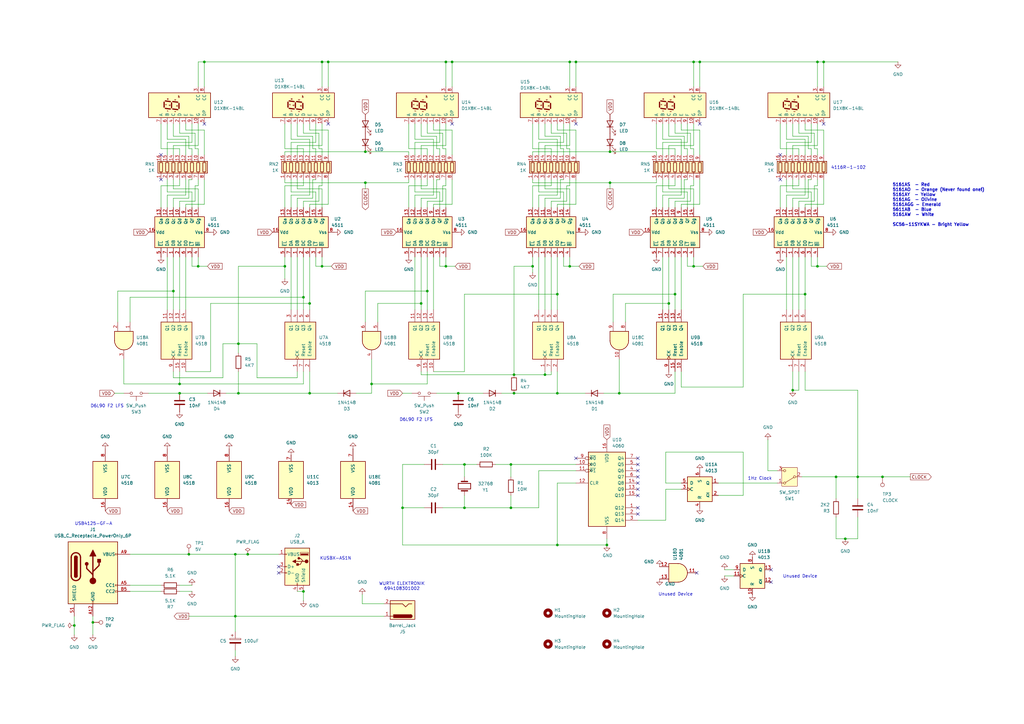
<source format=kicad_sch>
(kicad_sch (version 20250114) (generator "eeschema") (generator_version "9.0")
  (paper "A3")
  (title_block (title "Logic Clock") (date "2025-11-27") (rev "1.4"))
  (text "Unused Device" (at 277.114 243.84 0) (effects (font (size 1.27 1.27))))
  (text "USB4125-GF-A\n" (at 38.354 214.884 0) (effects (font (size 1.27 1.27))))
  (text "5161AS  - Red\n5161AO  - Orange (Never found one!)\n5161AY  - Yellow\n5161AG  - Olivine\n5161AGG - Emerald\n5611AB  - Blue\n5161AW  - White\n\nSC56-11SYKWA - Bright Yellow\n\n" (at 366.014 85.09 0) (effects (font (size 1.27 1.27) (thickness 0.254) (bold yes)) (justify left)))
  (text "D6L90 F2 LFS" (at 43.942 166.624 0) (effects (font (size 1.27 1.27))))
  (text "WURTH ELEKTRONIK\n694108301002\n\n" (at 164.846 241.554 0) (effects (font (size 1.27 1.27))))
  (text "Unused Device" (at 328.168 236.474 0) (effects (font (size 1.27 1.27))))
  (text "4116R-1-102" (at 347.98 68.834 0) (effects (font (size 1.27 1.27))))
  (text "1Hz Clock" (at 311.658 196.342 0) (effects (font (size 1.27 1.27))))
  (text "KUSBX-AS1N" (at 137.668 229.108 0) (effects (font (size 1.27 1.27))))
  (text "D6L90 F2 LFS" (at 170.688 172.212 0) (effects (font (size 1.27 1.27))))
  (junction (at 134.62 25.4))
  (junction (at 190.5 208.28))
  (junction (at 325.12 160.02))
  (junction (at 73.66 157.48))
  (junction (at 276.86 120.65))
  (junction (at 182.88 25.4))
  (junction (at 250.19 74.93))
  (junction (at 228.6 120.65))
  (junction (at 124.46 121.92))
  (junction (at 233.68 25.4))
  (junction (at 284.48 109.22))
  (junction (at 210.82 153.67))
  (junction (at 210.82 161.29))
  (junction (at 209.55 190.5))
  (junction (at 132.08 25.4))
  (junction (at 337.82 25.4))
  (junction (at 71.12 119.38))
  (junction (at 185.42 25.4))
  (junction (at 101.6 227.33))
  (junction (at 223.52 153.67))
  (junction (at 38.1 255.27))
  (junction (at 152.4 157.48))
  (junction (at 361.95 195.58))
  (junction (at 335.28 109.22))
  (junction (at 254 161.29))
  (junction (at 284.48 25.4))
  (junction (at 172.72 124.46))
  (junction (at 342.9 195.58))
  (junction (at 182.88 109.22))
  (junction (at 97.79 161.29))
  (junction (at 81.28 109.22))
  (junction (at 190.5 190.5))
  (junction (at 287.02 25.4))
  (junction (at 330.2 120.65))
  (junction (at 209.55 208.28))
  (junction (at 116.84 109.22))
  (junction (at 274.32 124.46))
  (junction (at 96.52 227.33))
  (junction (at 346.71 220.98))
  (junction (at 127 161.29))
  (junction (at 351.79 195.58))
  (junction (at 250.19 62.23))
  (junction (at 149.86 74.93))
  (junction (at 30.48 256.54))
  (junction (at 228.6 161.29))
  (junction (at 248.92 223.52))
  (junction (at 335.28 25.4))
  (junction (at 124.46 242.57))
  (junction (at 187.96 161.29))
  (junction (at 236.22 25.4))
  (junction (at 127 124.46))
  (junction (at 83.82 25.4))
  (junction (at 73.66 161.29))
  (junction (at 132.08 109.22))
  (junction (at 233.68 109.22))
  (junction (at 175.26 119.38))
  (junction (at 77.47 227.33))
  (junction (at 228.6 223.52))
  (junction (at 218.44 109.22))
  (junction (at 165.1 208.28))
  (junction (at 149.86 62.23))
  (junction (at 97.79 140.97))
  (junction (at 96.52 252.73))
  (no_connect (at 185.42 50.8))
  (no_connect (at 83.82 50.8))
  (no_connect (at 236.22 50.8))
  (no_connect (at 261.62 190.5))
  (no_connect (at 316.23 233.68))
  (no_connect (at 316.23 238.76))
  (no_connect (at 261.62 198.12))
  (no_connect (at 261.62 210.82))
  (no_connect (at 320.04 63.5))
  (no_connect (at 261.62 208.28))
  (no_connect (at 236.22 187.96))
  (no_connect (at 261.62 195.58))
  (no_connect (at 114.3 232.41))
  (no_connect (at 261.62 193.04))
  (no_connect (at 66.04 63.5))
  (no_connect (at 134.62 50.8))
  (no_connect (at 114.3 234.95))
  (no_connect (at 261.62 203.2))
  (no_connect (at 337.82 50.8))
  (no_connect (at 320.04 73.66))
  (no_connect (at 261.62 200.66))
  (no_connect (at 66.04 73.66))
  (no_connect (at 285.75 234.95))
  (no_connect (at 287.02 50.8))
  (no_connect (at 261.62 187.96))
  (wire (pts (xy 346.71 220.98) (xy 351.79 220.98)))
  (wire (pts (xy 223.52 85.09) (xy 223.52 81.28)))
  (wire (pts (xy 223.52 55.88) (xy 223.52 50.8)))
  (wire (pts (xy 271.78 58.42) (xy 281.94 58.42)))
  (wire (pts (xy 226.06 60.96) (xy 218.44 60.96)))
  (wire (pts (xy 276.86 161.29) (xy 276.86 152.4)))
  (wire (pts (xy 195.58 190.5) (xy 190.5 190.5)))
  (wire (pts (xy 128.27 60.96) (xy 128.27 55.88)))
  (wire (pts (xy 327.66 54.61) (xy 327.66 50.8)))
  (wire (pts (xy 232.41 76.2) (xy 232.41 82.55)))
  (wire (pts (xy 172.72 85.09) (xy 172.72 81.28)))
  (wire (pts (xy 251.46 132.08) (xy 251.46 120.65)))
  (wire (pts (xy 281.94 63.5) (xy 281.94 60.96)))
  (wire (pts (xy 233.68 59.69) (xy 233.68 50.8)))
  (wire (pts (xy 287.02 25.4) (xy 287.02 35.56)))
  (wire (pts (xy 327.66 82.55) (xy 334.01 82.55)))
  (wire (pts (xy 273.05 200.66) (xy 279.4 200.66)))
  (wire (pts (xy 276.86 120.65) (xy 276.86 127)))
  (wire (pts (xy 157.48 247.65) (xy 148.59 247.65)))
  (wire (pts (xy 181.61 76.2) (xy 181.61 82.55)))
  (wire (pts (xy 134.62 25.4) (xy 182.88 25.4)))
  (wire (pts (xy 121.92 59.69) (xy 132.08 59.69)))
  (wire (pts (xy 247.65 161.29) (xy 254 161.29)))
  (wire (pts (xy 351.79 195.58) (xy 361.95 195.58)))
  (wire (pts (xy 177.8 50.8) (xy 177.8 53.34)))
  (wire (pts (xy 130.81 54.61) (xy 124.46 54.61)))
  (wire (pts (xy 175.26 60.96) (xy 167.64 60.96)))
  (wire (pts (xy 85.09 161.29) (xy 73.66 161.29)))
  (wire (pts (xy 228.6 57.15) (xy 220.98 57.15)))
  (wire (pts (xy 332.74 63.5) (xy 332.74 60.96)))
  (wire (pts (xy 226.06 105.41) (xy 226.06 127)))
  (wire (pts (xy 172.72 153.67) (xy 172.72 152.4)))
  (wire (pts (xy 30.48 256.54) (xy 30.48 260.35)))
  (wire (pts (xy 179.07 60.96) (xy 179.07 55.88)))
  (wire (pts (xy 351.79 220.98) (xy 351.79 212.09)))
  (wire (pts (xy 335.28 77.47) (xy 325.12 77.47)))
  (wire (pts (xy 127 105.41) (xy 127 124.46)))
  (wire (pts (xy 281.94 78.74) (xy 271.78 78.74)))
  (wire (pts (xy 226.06 54.61) (xy 226.06 50.8)))
  (wire (pts (xy 322.58 105.41) (xy 322.58 127)))
  (wire (pts (xy 73.66 82.55) (xy 80.01 82.55)))
  (wire (pts (xy 76.2 105.41) (xy 76.2 127)))
  (wire (pts (xy 271.78 78.74) (xy 271.78 73.66)))
  (wire (pts (xy 254 161.29) (xy 276.86 161.29)))
  (wire (pts (xy 180.34 50.8) (xy 180.34 58.42)))
  (wire (pts (xy 130.81 76.2) (xy 130.81 82.55)))
  (wire (pts (xy 330.2 50.8) (xy 330.2 53.34)))
  (wire (pts (xy 185.42 83.82) (xy 185.42 73.66)))
  (wire (pts (xy 124.46 60.96) (xy 116.84 60.96)))
  (wire (pts (xy 127 57.15) (xy 119.38 57.15)))
  (wire (pts (xy 232.41 54.61) (xy 226.06 54.61)))
  (wire (pts (xy 331.47 81.28) (xy 331.47 73.66)))
  (wire (pts (xy 203.2 190.5) (xy 209.55 190.5)))
  (wire (pts (xy 127 161.29) (xy 138.43 161.29)))
  (wire (pts (xy 179.07 55.88) (xy 172.72 55.88)))
  (wire (pts (xy 231.14 63.5) (xy 231.14 60.96)))
  (wire (pts (xy 287.02 83.82) (xy 287.02 73.66)))
  (wire (pts (xy 96.52 252.73) (xy 96.52 259.08)))
  (wire (pts (xy 279.4 158.75) (xy 279.4 152.4)))
  (wire (pts (xy 284.48 76.2) (xy 284.48 73.66)))
  (wire (pts (xy 92.71 161.29) (xy 97.79 161.29)))
  (wire (pts (xy 134.62 83.82) (xy 134.62 73.66)))
  (wire (pts (xy 281.94 105.41) (xy 281.94 109.22)))
  (wire (pts (xy 177.8 57.15) (xy 170.18 57.15)))
  (wire (pts (xy 337.82 83.82) (xy 337.82 73.66)))
  (wire (pts (xy 154.94 124.46) (xy 154.94 132.08)))
  (wire (pts (xy 284.48 25.4) (xy 287.02 25.4)))
  (wire (pts (xy 228.6 85.09) (xy 228.6 83.82)))
  (wire (pts (xy 78.74 50.8) (xy 78.74 58.42)))
  (wire (pts (xy 182.88 76.2) (xy 182.88 73.66)))
  (wire (pts (xy 209.55 195.58) (xy 209.55 190.5)))
  (wire (pts (xy 271.78 57.15) (xy 271.78 50.8)))
  (wire (pts (xy 149.86 132.08) (xy 149.86 119.38)))
  (wire (pts (xy 269.24 63.5) (xy 269.24 62.23)))
  (wire (pts (xy 276.86 54.61) (xy 276.86 50.8)))
  (wire (pts (xy 250.19 74.93) (xy 250.19 77.47)))
  (wire (pts (xy 233.68 85.09) (xy 233.68 77.47)))
  (wire (pts (xy 304.8 158.75) (xy 279.4 158.75)))
  (wire (pts (xy 121.92 85.09) (xy 121.92 81.28)))
  (wire (pts (xy 119.38 78.74) (xy 119.38 73.66)))
  (wire (pts (xy 48.26 132.08) (xy 48.26 119.38)))
  (wire (pts (xy 124.46 82.55) (xy 130.81 82.55)))
  (wire (pts (xy 73.66 152.4) (xy 73.66 157.48)))
  (wire (pts (xy 78.74 60.96) (xy 77.47 60.96)))
  (wire (pts (xy 116.84 62.23) (xy 116.84 63.5)))
  (wire (pts (xy 124.46 121.92) (xy 53.34 121.92)))
  (wire (pts (xy 83.82 83.82) (xy 83.82 73.66)))
  (wire (pts (xy 172.72 105.41) (xy 172.72 124.46)))
  (wire (pts (xy 325.12 160.02) (xy 327.66 160.02)))
  (wire (pts (xy 73.66 240.03) (xy 78.74 240.03)))
  (wire (pts (xy 129.54 63.5) (xy 129.54 60.96)))
  (wire (pts (xy 210.82 153.67) (xy 210.82 109.22)))
  (wire (pts (xy 250.19 74.93) (xy 269.24 74.93)))
  (wire (pts (xy 132.08 76.2) (xy 132.08 73.66)))
  (wire (pts (xy 328.93 195.58) (xy 342.9 195.58)))
  (wire (pts (xy 170.18 105.41) (xy 170.18 127)))
  (wire (pts (xy 83.82 63.5) (xy 83.82 53.34)))
  (wire (pts (xy 331.47 73.66) (xy 332.74 73.66)))
  (wire (pts (xy 119.38 58.42) (xy 129.54 58.42)))
  (wire (pts (xy 342.9 195.58) (xy 351.79 195.58)))
  (wire (pts (xy 124.46 242.57) (xy 124.46 246.38)))
  (wire (pts (xy 91.44 154.94) (xy 91.44 140.97)))
  (wire (pts (xy 119.38 85.09) (xy 119.38 80.01)))
  (wire (pts (xy 304.8 120.65) (xy 304.8 158.75)))
  (wire (pts (xy 231.14 109.22) (xy 233.68 109.22)))
  (wire (pts (xy 68.58 85.09) (xy 68.58 80.01)))
  (wire (pts (xy 220.98 63.5) (xy 220.98 58.42)))
  (wire (pts (xy 190.5 208.28) (xy 209.55 208.28)))
  (wire (pts (xy 342.9 212.09) (xy 342.9 220.98)))
  (wire (pts (xy 80.01 60.96) (xy 80.01 54.61)))
  (wire (pts (xy 236.22 193.04) (xy 220.98 193.04)))
  (wire (pts (xy 304.8 185.42) (xy 304.8 203.2)))
  (wire (pts (xy 128.27 73.66) (xy 129.54 73.66)))
  (wire (pts (xy 330.2 160.02) (xy 351.79 160.02)))
  (wire (pts (xy 276.86 105.41) (xy 276.86 120.65)))
  (wire (pts (xy 322.58 78.74) (xy 322.58 73.66)))
  (wire (pts (xy 327.66 105.41) (xy 327.66 127)))
  (wire (pts (xy 226.06 76.2) (xy 226.06 73.66)))
  (wire (pts (xy 127 83.82) (xy 134.62 83.82)))
  (wire (pts (xy 68.58 63.5) (xy 68.58 58.42)))
  (wire (pts (xy 182.88 25.4) (xy 185.42 25.4)))
  (wire (pts (xy 165.1 223.52) (xy 165.1 208.28)))
  (wire (pts (xy 53.34 227.33) (xy 77.47 227.33)))
  (wire (pts (xy 274.32 81.28) (xy 280.67 81.28)))
  (wire (pts (xy 148.59 247.65) (xy 148.59 243.84)))
  (wire (pts (xy 320.04 76.2) (xy 327.66 76.2)))
  (wire (pts (xy 46.99 161.29) (xy 50.8 161.29)))
  (wire (pts (xy 283.21 54.61) (xy 276.86 54.61)))
  (wire (pts (xy 116.84 74.93) (xy 149.86 74.93)))
  (wire (pts (xy 190.5 190.5) (xy 190.5 195.58)))
  (wire (pts (xy 228.6 105.41) (xy 228.6 120.65)))
  (wire (pts (xy 182.88 109.22) (xy 186.69 109.22)))
  (wire (pts (xy 351.79 195.58) (xy 351.79 204.47)))
  (wire (pts (xy 97.79 144.78) (xy 97.79 140.97)))
  (wire (pts (xy 320.04 60.96) (xy 320.04 50.8)))
  (wire (pts (xy 236.22 63.5) (xy 236.22 53.34)))
  (wire (pts (xy 81.28 76.2) (xy 81.28 73.66)))
  (wire (pts (xy 228.6 223.52) (xy 248.92 223.52)))
  (wire (pts (xy 220.98 85.09) (xy 220.98 80.01)))
  (wire (pts (xy 152.4 147.32) (xy 152.4 157.48)))
  (wire (pts (xy 66.04 85.09) (xy 66.04 76.2)))
  (wire (pts (xy 172.72 55.88) (xy 172.72 50.8)))
  (wire (pts (xy 185.42 25.4) (xy 233.68 25.4)))
  (wire (pts (xy 71.12 154.94) (xy 91.44 154.94)))
  (wire (pts (xy 182.88 63.5) (xy 182.88 60.96)))
  (wire (pts (xy 274.32 59.69) (xy 284.48 59.69)))
  (wire (pts (xy 73.66 105.41) (xy 73.66 127)))
  (wire (pts (xy 77.47 252.73) (xy 96.52 252.73)))
  (wire (pts (xy 229.87 73.66) (xy 231.14 73.66)))
  (wire (pts (xy 119.38 105.41) (xy 119.38 127)))
  (wire (pts (xy 233.68 60.96) (xy 232.41 60.96)))
  (wire (pts (xy 232.41 60.96) (xy 232.41 54.61)))
  (wire (pts (xy 327.66 63.5) (xy 327.66 60.96)))
  (wire (pts (xy 283.21 76.2) (xy 284.48 76.2)))
  (wire (pts (xy 71.12 77.47) (xy 71.12 73.66)))
  (wire (pts (xy 81.28 59.69) (xy 81.28 50.8)))
  (wire (pts (xy 97.79 152.4) (xy 97.79 161.29)))
  (wire (pts (xy 228.6 198.12) (xy 228.6 223.52)))
  (wire (pts (xy 53.34 240.03) (xy 66.04 240.03)))
  (wire (pts (xy 220.98 58.42) (xy 231.14 58.42)))
  (wire (pts (xy 130.81 60.96) (xy 130.81 54.61)))
  (wire (pts (xy 80.01 76.2) (xy 81.28 76.2)))
  (wire (pts (xy 96.52 269.24) (xy 96.52 266.7)))
  (wire (pts (xy 269.24 85.09) (xy 269.24 76.2)))
  (wire (pts (xy 276.86 60.96) (xy 269.24 60.96)))
  (wire (pts (xy 335.28 109.22) (xy 339.09 109.22)))
  (wire (pts (xy 254 147.32) (xy 254 161.29)))
  (wire (pts (xy 335.28 85.09) (xy 335.28 77.47)))
  (wire (pts (xy 327.66 76.2) (xy 327.66 73.66)))
  (wire (pts (xy 132.08 59.69) (xy 132.08 50.8)))
  (wire (pts (xy 250.19 62.23) (xy 218.44 62.23)))
  (wire (pts (xy 233.68 76.2) (xy 233.68 73.66)))
  (wire (pts (xy 124.46 63.5) (xy 124.46 60.96)))
  (wire (pts (xy 228.6 161.29) (xy 240.03 161.29)))
  (wire (pts (xy 185.42 53.34) (xy 177.8 53.34)))
  (wire (pts (xy 327.66 85.09) (xy 327.66 82.55)))
  (wire (pts (xy 132.08 77.47) (xy 121.92 77.47)))
  (wire (pts (xy 297.18 236.22) (xy 300.99 236.22)))
  (wire (pts (xy 271.78 85.09) (xy 271.78 80.01)))
  (wire (pts (xy 180.34 78.74) (xy 170.18 78.74)))
  (wire (pts (xy 172.72 153.67) (xy 210.82 153.67)))
  (wire (pts (xy 53.34 121.92) (xy 53.34 132.08)))
  (wire (pts (xy 332.74 109.22) (xy 335.28 109.22)))
  (wire (pts (xy 284.48 25.4) (xy 284.48 35.56)))
  (wire (pts (xy 132.08 85.09) (xy 132.08 77.47)))
  (wire (pts (xy 134.62 63.5) (xy 134.62 53.34)))
  (wire (pts (xy 335.28 25.4) (xy 335.28 35.56)))
  (wire (pts (xy 210.82 153.67) (xy 223.52 153.67)))
  (wire (pts (xy 121.92 63.5) (xy 121.92 59.69)))
  (wire (pts (xy 287.02 25.4) (xy 335.28 25.4)))
  (wire (pts (xy 73.66 242.57) (xy 78.74 242.57)))
  (wire (pts (xy 269.24 76.2) (xy 276.86 76.2)))
  (wire (pts (xy 276.86 82.55) (xy 283.21 82.55)))
  (wire (pts (xy 76.2 83.82) (xy 83.82 83.82)))
  (wire (pts (xy 280.67 60.96) (xy 280.67 55.88)))
  (wire (pts (xy 279.4 83.82) (xy 287.02 83.82)))
  (wire (pts (xy 273.05 198.12) (xy 273.05 185.42)))
  (wire (pts (xy 68.58 57.15) (xy 68.58 50.8)))
  (wire (pts (xy 77.47 73.66) (xy 78.74 73.66)))
  (wire (pts (xy 119.38 63.5) (xy 119.38 58.42)))
  (wire (pts (xy 170.18 57.15) (xy 170.18 50.8)))
  (wire (pts (xy 76.2 57.15) (xy 68.58 57.15)))
  (wire (pts (xy 228.6 83.82) (xy 236.22 83.82)))
  (wire (pts (xy 218.44 76.2) (xy 226.06 76.2)))
  (wire (pts (xy 105.41 154.94) (xy 121.92 154.94)))
  (wire (pts (xy 152.4 157.48) (xy 175.26 157.48)))
  (wire (pts (xy 190.5 152.4) (xy 177.8 152.4)))
  (wire (pts (xy 236.22 53.34) (xy 228.6 53.34)))
  (wire (pts (xy 304.8 203.2) (xy 294.64 203.2)))
  (wire (pts (xy 175.26 54.61) (xy 175.26 50.8)))
  (wire (pts (xy 229.87 81.28) (xy 229.87 73.66)))
  (wire (pts (xy 322.58 57.15) (xy 322.58 50.8)))
  (wire (pts (xy 175.26 85.09) (xy 175.26 82.55)))
  (wire (pts (xy 97.79 161.29) (xy 127 161.29)))
  (wire (pts (xy 281.94 85.09) (xy 281.94 78.74)))
  (wire (pts (xy 73.66 63.5) (xy 73.66 60.96)))
  (wire (pts (xy 251.46 120.65) (xy 276.86 120.65)))
  (wire (pts (xy 283.21 76.2) (xy 283.21 82.55)))
  (wire (pts (xy 73.66 54.61) (xy 73.66 50.8)))
  (wire (pts (xy 80.01 76.2) (xy 80.01 82.55)))
  (wire (pts (xy 68.58 58.42) (xy 78.74 58.42)))
  (wire (pts (xy 180.34 63.5) (xy 180.34 60.96)))
  (wire (pts (xy 77.47 55.88) (xy 71.12 55.88)))
  (wire (pts (xy 325.12 63.5) (xy 325.12 59.69)))
  (wire (pts (xy 284.48 109.22) (xy 288.29 109.22)))
  (wire (pts (xy 78.74 63.5) (xy 78.74 60.96)))
  (wire (pts (xy 236.22 83.82) (xy 236.22 73.66)))
  (wire (pts (xy 334.01 76.2) (xy 334.01 82.55)))
  (wire (pts (xy 335.28 105.41) (xy 335.28 109.22)))
  (wire (pts (xy 231.14 60.96) (xy 229.87 60.96)))
  (wire (pts (xy 236.22 198.12) (xy 228.6 198.12)))
  (wire (pts (xy 149.86 74.93) (xy 149.86 77.47)))
  (wire (pts (xy 132.08 63.5) (xy 132.08 60.96)))
  (wire (pts (xy 76.2 50.8) (xy 76.2 53.34)))
  (wire (pts (xy 124.46 54.61) (xy 124.46 50.8)))
  (wire (pts (xy 322.58 58.42) (xy 332.74 58.42)))
  (wire (pts (xy 71.12 63.5) (xy 71.12 59.69)))
  (wire (pts (xy 232.41 76.2) (xy 233.68 76.2)))
  (wire (pts (xy 335.28 25.4) (xy 337.82 25.4)))
  (wire (pts (xy 175.26 157.48) (xy 175.26 152.4)))
  (wire (pts (xy 167.64 74.93) (xy 167.64 73.66)))
  (wire (pts (xy 48.26 119.38) (xy 71.12 119.38)))
  (wire (pts (xy 210.82 161.29) (xy 228.6 161.29)))
  (wire (pts (xy 330.2 63.5) (xy 330.2 57.15)))
  (wire (pts (xy 334.01 76.2) (xy 335.28 76.2)))
  (wire (pts (xy 73.66 76.2) (xy 73.66 73.66)))
  (wire (pts (xy 220.98 57.15) (xy 220.98 50.8)))
  (wire (pts (xy 229.87 55.88) (xy 223.52 55.88)))
  (wire (pts (xy 68.58 105.41) (xy 68.58 127)))
  (wire (pts (xy 77.47 60.96) (xy 77.47 55.88)))
  (wire (pts (xy 180.34 109.22) (xy 182.88 109.22)))
  (wire (pts (xy 337.82 25.4) (xy 337.82 35.56)))
  (wire (pts (xy 81.28 63.5) (xy 81.28 60.96)))
  (wire (pts (xy 228.6 63.5) (xy 228.6 57.15)))
  (wire (pts (xy 129.54 50.8) (xy 129.54 58.42)))
  (wire (pts (xy 167.64 85.09) (xy 167.64 76.2)))
  (wire (pts (xy 180.34 105.41) (xy 180.34 109.22)))
  (wire (pts (xy 279.4 80.01) (xy 279.4 73.66)))
  (wire (pts (xy 332.74 50.8) (xy 332.74 58.42)))
  (wire (pts (xy 124.46 152.4) (xy 124.46 157.48)))
  (wire (pts (xy 284.48 105.41) (xy 284.48 109.22)))
  (wire (pts (xy 325.12 59.69) (xy 335.28 59.69)))
  (wire (pts (xy 187.96 161.29) (xy 198.12 161.29)))
  (wire (pts (xy 177.8 85.09) (xy 177.8 83.82)))
  (wire (pts (xy 322.58 85.09) (xy 322.58 80.01)))
  (wire (pts (xy 127 80.01) (xy 127 73.66)))
  (wire (pts (xy 167.64 62.23) (xy 149.86 62.23)))
  (wire (pts (xy 218.44 109.22) (xy 218.44 105.41)))
  (wire (pts (xy 81.28 77.47) (xy 71.12 77.47)))
  (wire (pts (xy 165.1 190.5) (xy 173.99 190.5)))
  (wire (pts (xy 170.18 85.09) (xy 170.18 80.01)))
  (wire (pts (xy 97.79 109.22) (xy 116.84 109.22)))
  (wire (pts (xy 228.6 50.8) (xy 228.6 53.34)))
  (wire (pts (xy 86.36 124.46) (xy 86.36 152.4)))
  (wire (pts (xy 83.82 25.4) (xy 83.82 35.56)))
  (wire (pts (xy 127 124.46) (xy 127 127)))
  (wire (pts (xy 129.54 109.22) (xy 132.08 109.22)))
  (wire (pts (xy 170.18 58.42) (xy 180.34 58.42)))
  (wire (pts (xy 228.6 120.65) (xy 190.5 120.65)))
  (wire (pts (xy 236.22 25.4) (xy 284.48 25.4)))
  (wire (pts (xy 276.86 85.09) (xy 276.86 82.55)))
  (wire (pts (xy 279.4 50.8) (xy 279.4 53.34)))
  (wire (pts (xy 78.74 85.09) (xy 78.74 78.74)))
  (wire (pts (xy 127 63.5) (xy 127 57.15)))
  (wire (pts (xy 330.2 120.65) (xy 330.2 127)))
  (wire (pts (xy 325.12 77.47) (xy 325.12 73.66)))
  (wire (pts (xy 81.28 105.41) (xy 81.28 109.22)))
  (wire (pts (xy 83.82 25.4) (xy 132.08 25.4)))
  (wire (pts (xy 256.54 132.08) (xy 256.54 124.46)))
  (wire (pts (xy 182.88 85.09) (xy 182.88 77.47)))
  (wire (pts (xy 274.32 105.41) (xy 274.32 124.46)))
  (wire (pts (xy 279.4 85.09) (xy 279.4 83.82)))
  (wire (pts (xy 284.48 63.5) (xy 284.48 60.96)))
  (wire (pts (xy 149.86 119.38) (xy 175.26 119.38)))
  (wire (pts (xy 335.28 59.69) (xy 335.28 50.8)))
  (wire (pts (xy 129.54 60.96) (xy 128.27 60.96)))
  (wire (pts (xy 124.46 121.92) (xy 124.46 127)))
  (wire (pts (xy 146.05 161.29) (xy 152.4 161.29)))
  (wire (pts (xy 179.07 81.28) (xy 179.07 73.66)))
  (wire (pts (xy 175.26 76.2) (xy 175.26 73.66)))
  (wire (pts (xy 73.66 157.48) (xy 124.46 157.48)))
  (wire (pts (xy 182.88 105.41) (xy 182.88 109.22)))
  (wire (pts (xy 175.26 82.55) (xy 181.61 82.55)))
  (wire (pts (xy 53.34 242.57) (xy 66.04 242.57)))
  (wire (pts (xy 218.44 62.23) (xy 218.44 63.5)))
  (wire (pts (xy 280.67 73.66) (xy 281.94 73.66)))
  (wire (pts (xy 335.28 76.2) (xy 335.28 73.66)))
  (wire (pts (xy 154.94 124.46) (xy 172.72 124.46)))
  (wire (pts (xy 209.55 203.2) (xy 209.55 208.28)))
  (wire (pts (xy 119.38 57.15) (xy 119.38 50.8)))
  (wire (pts (xy 167.64 76.2) (xy 175.26 76.2)))
  (wire (pts (xy 233.68 105.41) (xy 233.68 109.22)))
  (wire (pts (xy 335.28 60.96) (xy 334.01 60.96)))
  (wire (pts (xy 248.92 220.98) (xy 248.92 223.52)))
  (wire (pts (xy 116.84 114.3) (xy 116.84 109.22)))
  (wire (pts (xy 170.18 78.74) (xy 170.18 73.66)))
  (wire (pts (xy 73.66 60.96) (xy 66.04 60.96)))
  (wire (pts (xy 76.2 80.01) (xy 76.2 73.66)))
  (wire (pts (xy 76.2 85.09) (xy 76.2 83.82)))
  (wire (pts (xy 172.72 124.46) (xy 172.72 127)))
  (wire (pts (xy 81.28 60.96) (xy 80.01 60.96)))
  (wire (pts (xy 182.88 77.47) (xy 172.72 77.47)))
  (wire (pts (xy 271.78 63.5) (xy 271.78 58.42)))
  (wire (pts (xy 332.74 78.74) (xy 322.58 78.74)))
  (wire (pts (xy 314.96 193.04) (xy 318.77 193.04)))
  (wire (pts (xy 229.87 60.96) (xy 229.87 55.88)))
  (wire (pts (xy 231.14 78.74) (xy 220.98 78.74)))
  (wire (pts (xy 124.46 85.09) (xy 124.46 82.55)))
  (wire (pts (xy 287.02 63.5) (xy 287.02 53.34)))
  (wire (pts (xy 165.1 161.29) (xy 168.91 161.29)))
  (wire (pts (xy 76.2 63.5) (xy 76.2 57.15)))
  (wire (pts (xy 218.44 73.66) (xy 218.44 74.93)))
  (wire (pts (xy 279.4 198.12) (xy 273.05 198.12)))
  (wire (pts (xy 231.14 105.41) (xy 231.14 109.22)))
  (wire (pts (xy 209.55 190.5) (xy 236.22 190.5)))
  (wire (pts (xy 172.72 59.69) (xy 182.88 59.69)))
  (wire (pts (xy 71.12 81.28) (xy 77.47 81.28)))
  (wire (pts (xy 66.04 60.96) (xy 66.04 50.8)))
  (wire (pts (xy 284.48 85.09) (xy 284.48 77.47)))
  (wire (pts (xy 121.92 81.28) (xy 128.27 81.28)))
  (wire (pts (xy 281.94 50.8) (xy 281.94 58.42)))
  (wire (pts (xy 77.47 81.28) (xy 77.47 73.66)))
  (wire (pts (xy 132.08 109.22) (xy 135.89 109.22)))
  (wire (pts (xy 284.48 60.96) (xy 283.21 60.96)))
  (wire (pts (xy 332.74 60.96) (xy 331.47 60.96)))
  (wire (pts (xy 276.86 76.2) (xy 276.86 73.66)))
  (wire (pts (xy 223.52 59.69) (xy 233.68 59.69)))
  (wire (pts (xy 185.42 25.4) (xy 185.42 35.56)))
  (wire (pts (xy 105.41 140.97) (xy 105.41 154.94)))
  (wire (pts (xy 351.79 160.02) (xy 351.79 195.58)))
  (wire (pts (xy 71.12 105.41) (xy 71.12 119.38)))
  (wire (pts (xy 226.06 153.67) (xy 226.06 152.4)))
  (wire (pts (xy 223.52 77.47) (xy 223.52 73.66)))
  (wire (pts (xy 330.2 57.15) (xy 322.58 57.15)))
  (wire (pts (xy 334.01 60.96) (xy 334.01 54.61)))
  (wire (pts (xy 179.07 161.29) (xy 187.96 161.29)))
  (wire (pts (xy 180.34 60.96) (xy 179.07 60.96)))
  (wire (pts (xy 334.01 54.61) (xy 327.66 54.61)))
  (wire (pts (xy 279.4 105.41) (xy 279.4 127)))
  (wire (pts (xy 170.18 80.01) (xy 177.8 80.01)))
  (wire (pts (xy 105.41 140.97) (xy 97.79 140.97)))
  (wire (pts (xy 81.28 35.56) (xy 81.28 25.4)))
  (wire (pts (xy 134.62 53.34) (xy 127 53.34)))
  (wire (pts (xy 223.52 153.67) (xy 223.52 152.4)))
  (wire (pts (xy 175.26 105.41) (xy 175.26 119.38)))
  (wire (pts (xy 83.82 53.34) (xy 76.2 53.34)))
  (wire (pts (xy 274.32 85.09) (xy 274.32 81.28)))
  (wire (pts (xy 233.68 25.4) (xy 236.22 25.4)))
  (wire (pts (xy 71.12 152.4) (xy 71.12 154.94)))
  (wire (pts (xy 274.32 77.47) (xy 274.32 73.66)))
  (wire (pts (xy 181.61 60.96) (xy 181.61 54.61)))
  (wire (pts (xy 274.32 63.5) (xy 274.32 59.69)))
  (wire (pts (xy 81.28 109.22) (xy 85.09 109.22)))
  (wire (pts (xy 91.44 140.97) (xy 97.79 140.97)))
  (wire (pts (xy 294.64 198.12) (xy 318.77 198.12)))
  (wire (pts (xy 314.96 180.34) (xy 314.96 193.04)))
  (wire (pts (xy 81.28 85.09) (xy 81.28 77.47)))
  (wire (pts (xy 261.62 213.36) (xy 273.05 213.36)))
  (wire (pts (xy 190.5 203.2) (xy 190.5 208.28)))
  (wire (pts (xy 220.98 80.01) (xy 228.6 80.01)))
  (wire (pts (xy 342.9 220.98) (xy 346.71 220.98)))
  (wire (pts (xy 297.18 233.68) (xy 300.99 233.68)))
  (wire (pts (xy 182.88 25.4) (xy 182.88 35.56)))
  (wire (pts (xy 220.98 193.04) (xy 220.98 208.28)))
  (wire (pts (xy 71.12 85.09) (xy 71.12 81.28)))
  (wire (pts (xy 322.58 80.01) (xy 330.2 80.01)))
  (wire (pts (xy 116.84 76.2) (xy 124.46 76.2)))
  (wire (pts (xy 177.8 83.82) (xy 185.42 83.82)))
  (wire (pts (xy 226.06 85.09) (xy 226.06 82.55)))
  (wire (pts (xy 273.05 185.42) (xy 304.8 185.42)))
  (wire (pts (xy 121.92 154.94) (xy 121.92 152.4)))
  (wire (pts (xy 330.2 120.65) (xy 304.8 120.65)))
  (wire (pts (xy 284.48 59.69) (xy 284.48 50.8)))
  (wire (pts (xy 132.08 25.4) (xy 132.08 35.56)))
  (wire (pts (xy 66.04 76.2) (xy 73.66 76.2)))
  (wire (pts (xy 81.28 25.4) (xy 83.82 25.4)))
  (wire (pts (xy 223.52 81.28) (xy 229.87 81.28)))
  (wire (pts (xy 281.94 109.22) (xy 284.48 109.22)))
  (wire (pts (xy 231.14 50.8) (xy 231.14 58.42)))
  (wire (pts (xy 180.34 85.09) (xy 180.34 78.74)))
  (wire (pts (xy 236.22 25.4) (xy 236.22 35.56)))
  (wire (pts (xy 220.98 105.41) (xy 220.98 127)))
  (wire (pts (xy 181.61 208.28) (xy 190.5 208.28)))
  (wire (pts (xy 325.12 81.28) (xy 331.47 81.28)))
  (wire (pts (xy 271.78 105.41) (xy 271.78 127)))
  (wire (pts (xy 331.47 55.88) (xy 325.12 55.88)))
  (wire (pts (xy 179.07 73.66) (xy 180.34 73.66)))
  (wire (pts (xy 132.08 105.41) (xy 132.08 109.22)))
  (wire (pts (xy 330.2 105.41) (xy 330.2 120.65)))
  (wire (pts (xy 129.54 85.09) (xy 129.54 78.74)))
  (wire (pts (xy 280.67 81.28) (xy 280.67 73.66)))
  (wire (pts (xy 30.48 252.73) (xy 30.48 256.54)))
  (wire (pts (xy 116.84 60.96) (xy 116.84 50.8)))
  (wire (pts (xy 129.54 105.41) (xy 129.54 109.22)))
  (wire (pts (xy 50.8 157.48) (xy 50.8 147.32)))
  (wire (pts (xy 181.61 76.2) (xy 182.88 76.2)))
  (wire (pts (xy 228.6 80.01) (xy 228.6 73.66)))
  (wire (pts (xy 38.1 260.35) (xy 38.1 255.27)))
  (wire (pts (xy 284.48 77.47) (xy 274.32 77.47)))
  (wire (pts (xy 327.66 160.02) (xy 327.66 152.4)))
  (wire (pts (xy 130.81 76.2) (xy 132.08 76.2)))
  (wire (pts (xy 226.06 63.5) (xy 226.06 60.96)))
  (wire (pts (xy 68.58 78.74) (xy 68.58 73.66)))
  (wire (pts (xy 226.06 82.55) (xy 232.41 82.55)))
  (wire (pts (xy 73.66 85.09) (xy 73.66 82.55)))
  (wire (pts (xy 276.86 63.5) (xy 276.86 60.96)))
  (wire (pts (xy 233.68 63.5) (xy 233.68 60.96)))
  (wire (pts (xy 78.74 105.41) (xy 78.74 109.22)))
  (wire (pts (xy 77.47 227.33) (xy 96.52 227.33)))
  (wire (pts (xy 233.68 109.22) (xy 237.49 109.22)))
  (wire (pts (xy 280.67 55.88) (xy 274.32 55.88)))
  (wire (pts (xy 71.12 119.38) (xy 71.12 127)))
  (wire (pts (xy 134.62 25.4) (xy 134.62 35.56)))
  (wire (pts (xy 269.24 74.93) (xy 269.24 73.66)))
  (wire (pts (xy 101.6 227.33) (xy 114.3 227.33)))
  (wire (pts (xy 96.52 227.33) (xy 101.6 227.33)))
  (wire (pts (xy 116.84 109.22) (xy 116.84 105.41)))
  (wire (pts (xy 330.2 80.01) (xy 330.2 73.66)))
  (wire (pts (xy 256.54 124.46) (xy 274.32 124.46)))
  (wire (pts (xy 165.1 208.28) (xy 173.99 208.28)))
  (wire (pts (xy 119.38 80.01) (xy 127 80.01)))
  (wire (pts (xy 170.18 63.5) (xy 170.18 58.42)))
  (wire (pts (xy 210.82 109.22) (xy 218.44 109.22)))
  (wire (pts (xy 80.01 54.61) (xy 73.66 54.61)))
  (wire (pts (xy 152.4 157.48) (xy 152.4 161.29)))
  (wire (pts (xy 327.66 60.96) (xy 320.04 60.96)))
  (wire (pts (xy 233.68 25.4) (xy 233.68 35.56)))
  (wire (pts (xy 181.61 190.5) (xy 190.5 190.5)))
  (wire (pts (xy 185.42 63.5) (xy 185.42 53.34)))
  (wire (pts (xy 218.44 85.09) (xy 218.44 76.2)))
  (wire (pts (xy 342.9 195.58) (xy 342.9 204.47)))
  (wire (pts (xy 128.27 55.88) (xy 121.92 55.88)))
  (wire (pts (xy 223.52 63.5) (xy 223.52 59.69)))
  (wire (pts (xy 129.54 78.74) (xy 119.38 78.74)))
  (wire (pts (xy 337.82 53.34) (xy 330.2 53.34)))
  (wire (pts (xy 149.86 74.93) (xy 167.64 74.93)))
  (wire (pts (xy 274.32 124.46) (xy 274.32 127)))
  (wire (pts (xy 330.2 152.4) (xy 330.2 160.02)))
  (wire (pts (xy 73.66 161.29) (xy 60.96 161.29)))
  (wire (pts (xy 228.6 120.65) (xy 228.6 127)))
  (wire (pts (xy 335.28 63.5) (xy 335.28 60.96)))
  (wire (pts (xy 269.24 62.23) (xy 250.19 62.23)))
  (wire (pts (xy 68.58 80.01) (xy 76.2 80.01)))
  (wire (pts (xy 78.74 109.22) (xy 81.28 109.22)))
  (wire (pts (xy 361.95 195.58) (xy 373.38 195.58)))
  (wire (pts (xy 121.92 105.41) (xy 121.92 127)))
  (wire (pts (xy 128.27 81.28) (xy 128.27 73.66)))
  (wire (pts (xy 228.6 152.4) (xy 228.6 161.29)))
  (wire (pts (xy 182.88 60.96) (xy 181.61 60.96)))
  (wire (pts (xy 124.46 105.41) (xy 124.46 121.92)))
  (wire (pts (xy 332.74 85.09) (xy 332.74 78.74)))
  (wire (pts (xy 218.44 74.93) (xy 250.19 74.93)))
  (wire (pts (xy 132.08 60.96) (xy 130.81 60.96)))
  (wire (pts (xy 220.98 78.74) (xy 220.98 73.66)))
  (wire (pts (xy 273.05 213.36) (xy 273.05 200.66)))
  (wire (pts (xy 132.08 25.4) (xy 134.62 25.4)))
  (wire (pts (xy 325.12 85.09) (xy 325.12 81.28)))
  (wire (pts (xy 71.12 59.69) (xy 81.28 59.69)))
  (wire (pts (xy 175.26 119.38) (xy 175.26 127)))
  (wire (pts (xy 177.8 63.5) (xy 177.8 57.15)))
  (wire (pts (xy 182.88 59.69) (xy 182.88 50.8)))
  (wire (pts (xy 209.55 208.28) (xy 220.98 208.28)))
  (wire (pts (xy 177.8 80.01) (xy 177.8 73.66)))
  (wire (pts (xy 127 152.4) (xy 127 161.29)))
  (wire (pts (xy 127 50.8) (xy 127 53.34)))
  (wire (pts (xy 172.72 77.47) (xy 172.72 73.66)))
  (wire (pts (xy 330.2 83.82) (xy 337.82 83.82)))
  (wire (pts (xy 279.4 57.15) (xy 271.78 57.15)))
  (wire (pts (xy 96.52 227.33) (xy 96.52 252.73)))
  (wire (pts (xy 287.02 53.34) (xy 279.4 53.34)))
  (wire (pts (xy 271.78 80.01) (xy 279.4 80.01)))
  (wire (pts (xy 78.74 78.74) (xy 68.58 78.74)))
  (wire (pts (xy 121.92 77.47) (xy 121.92 73.66)))
  (wire (pts (xy 38.1 255.27) (xy 38.1 252.73)))
  (wire (pts (xy 175.26 63.5) (xy 175.26 60.96)))
  (wire (pts (xy 71.12 55.88) (xy 71.12 50.8)))
  (wire (pts (xy 149.86 62.23) (xy 116.84 62.23)))
  (wire (pts (xy 325.12 152.4) (xy 325.12 160.02)))
  (wire (pts (xy 269.24 60.96) (xy 269.24 50.8)))
  (wire (pts (xy 223.52 105.41) (xy 223.52 127)))
  (wire (pts (xy 223.52 153.67) (xy 226.06 153.67)))
  (wire (pts (xy 116.84 73.66) (xy 116.84 74.93)))
  (wire (pts (xy 96.52 252.73) (xy 157.48 252.73)))
  (wire (pts (xy 124.46 242.57) (xy 121.92 242.57)))
  (wire (pts (xy 97.79 140.97) (xy 97.79 109.22)))
  (wire (pts (xy 330.2 85.09) (xy 330.2 83.82)))
  (wire (pts (xy 228.6 223.52) (xy 165.1 223.52)))
  (wire (pts (xy 167.64 63.5) (xy 167.64 62.23)))
  (wire (pts (xy 86.36 152.4) (xy 76.2 152.4)))
  (wire (pts (xy 190.5 120.65) (xy 190.5 152.4)))
  (wire (pts (xy 181.61 54.61) (xy 175.26 54.61)))
  (wire (pts (xy 167.64 60.96) (xy 167.64 50.8)))
  (wire (pts (xy 337.82 63.5) (xy 337.82 53.34)))
  (wire (pts (xy 325.12 55.88) (xy 325.12 50.8)))
  (wire (pts (xy 274.32 55.88) (xy 274.32 50.8)))
  (wire (pts (xy 218.44 111.76) (xy 218.44 109.22)))
  (wire (pts (xy 127 85.09) (xy 127 83.82)))
  (wire (pts (xy 283.21 60.96) (xy 283.21 54.61)))
  (wire (pts (xy 177.8 105.41) (xy 177.8 127)))
  (wire (pts (xy 337.82 25.4) (xy 368.3 25.4)))
  (wire (pts (xy 231.14 85.09) (xy 231.14 78.74)))
  (wire (pts (xy 281.94 60.96) (xy 280.67 60.96)))
  (wire (pts (xy 124.46 76.2) (xy 124.46 73.66)))
  (wire (pts (xy 279.4 63.5) (xy 279.4 57.15)))
  (wire (pts (xy 205.74 161.29) (xy 210.82 161.29)))
  (wire (pts (xy 320.04 85.09) (xy 320.04 76.2)))
  (wire (pts (xy 172.72 81.28) (xy 179.07 81.28)))
  (wire (pts (xy 322.58 63.5) (xy 322.58 58.42)))
  (wire (pts (xy 127 124.46) (xy 86.36 124.46)))
  (wire (pts (xy 172.72 63.5) (xy 172.72 59.69)))
  (wire (pts (xy 116.84 85.09) (xy 116.84 76.2)))
  (wire (pts (xy 165.1 208.28) (xy 165.1 190.5)))
  (wire (pts (xy 233.68 77.47) (xy 223.52 77.47)))
  (wire (pts (xy 325.12 105.41) (xy 325.12 127)))
  (wire (pts (xy 121.92 55.88) (xy 121.92 50.8)))
  (wire (pts (xy 331.47 60.96) (xy 331.47 55.88)))
  (wire (pts (xy 50.8 157.48) (xy 73.66 157.48)))
  (wire (pts (xy 332.74 105.41) (xy 332.74 109.22)))
  (wire (pts (xy 218.44 60.96) (xy 218.44 50.8)))
  (global_label "VDD" (shape input) (at 111.76 95.25 180) (property "Intersheetrefs" "${INTERSHEET_REFS}" (effects (hide yes))))
  (global_label "VDD" (shape input) (at 144.78 209.55 0) (property "Intersheetrefs" "${INTERSHEET_REFS}" (effects (hide yes))))
  (global_label "VDD" (shape input) (at 250.19 46.99 90) (property "Intersheetrefs" "${INTERSHEET_REFS}" (effects (hide yes))))
  (global_label "VDD" (shape input) (at 68.58 209.55 0) (property "Intersheetrefs" "${INTERSHEET_REFS}" (effects (hide yes))))
  (global_label "VDD" (shape input) (at 237.49 109.22 0) (property "Intersheetrefs" "${INTERSHEET_REFS}" (effects (hide yes))))
  (global_label "VDD" (shape input) (at 60.96 95.25 180) (property "Intersheetrefs" "${INTERSHEET_REFS}" (effects (hide yes))))
  (global_label "CLOCK" (shape output) (at 250.19 77.47 270) (property "Intersheetrefs" "${INTERSHEET_REFS}" (effects (hide yes))))
  (global_label "VDD" (shape input) (at 339.09 109.22 0) (property "Intersheetrefs" "${INTERSHEET_REFS}" (effects (hide yes))))
  (global_label "VDD" (shape input) (at 248.92 180.34 90) (property "Intersheetrefs" "${INTERSHEET_REFS}" (effects (hide yes))))
  (global_label "VDD" (shape input) (at 213.36 95.25 180) (property "Intersheetrefs" "${INTERSHEET_REFS}" (effects (hide yes))))
  (global_label "VDD" (shape input) (at 162.56 95.25 180) (property "Intersheetrefs" "${INTERSHEET_REFS}" (effects (hide yes))))
  (global_label "VDD" (shape input) (at 149.86 46.99 90) (property "Intersheetrefs" "${INTERSHEET_REFS}" (effects (hide yes))))
  (global_label "VDD" (shape input) (at 264.16 95.25 180) (property "Intersheetrefs" "${INTERSHEET_REFS}" (effects (hide yes))))
  (global_label "VDD" (shape input) (at 85.09 109.22 0) (property "Intersheetrefs" "${INTERSHEET_REFS}" (effects (hide yes))))
  (global_label "VDD" (shape input) (at 314.96 95.25 180) (property "Intersheetrefs" "${INTERSHEET_REFS}" (effects (hide yes))))
  (global_label "VDD" (shape input) (at 288.29 109.22 0) (property "Intersheetrefs" "${INTERSHEET_REFS}" (effects (hide yes))))
  (global_label "VDD" (shape input) (at 93.98 209.55 0) (property "Intersheetrefs" "${INTERSHEET_REFS}" (effects (hide yes))))
  (global_label "VDD" (shape input) (at 43.18 209.55 0) (property "Intersheetrefs" "${INTERSHEET_REFS}" (effects (hide yes))))
  (global_label "CLOCK" (shape output) (at 373.38 195.58 0) (property "Intersheetrefs" "${INTERSHEET_REFS}" (effects (hide yes))))
  (global_label "VDD" (shape input) (at 135.89 109.22 0) (property "Intersheetrefs" "${INTERSHEET_REFS}" (effects (hide yes))))
  (global_label "CLOCK" (shape output) (at 149.86 77.47 270) (property "Intersheetrefs" "${INTERSHEET_REFS}" (effects (hide yes))))
  (global_label "VDD" (shape input) (at 165.1 161.29 180) (property "Intersheetrefs" "${INTERSHEET_REFS}" (effects (hide yes))))
  (global_label "VDD" (shape output) (at 77.47 252.73 180) (property "Intersheetrefs" "${INTERSHEET_REFS}" (effects (hide yes))))
  (global_label "VDD" (shape input) (at 119.38 207.01 0) (property "Intersheetrefs" "${INTERSHEET_REFS}" (effects (hide yes))))
  (global_label "VDD" (shape input) (at 46.99 161.29 180) (property "Intersheetrefs" "${INTERSHEET_REFS}" (effects (hide yes))))
  (global_label "VDD" (shape input) (at 186.69 109.22 0) (property "Intersheetrefs" "${INTERSHEET_REFS}" (effects (hide yes))))
  (symbol (lib_id "4xxx_IEEE:4511") (at 124.46 95.25 90) (unit 1)
    (property "Reference" "U2" (at 138.43 89.8046 90))
    (property "Value" "4511" (at 138.43 92.3446 90))
    (property "Footprint" "Package_DIP:DIP-16_W7.62mm_Socket" (effects (hide yes)))
  )
  (symbol (lib_id "Display_Character:D1X8K-14BL") (at 226.06 43.18 90) (unit 1)
    (property "Reference" "U15" (at 213.36 33.528 90) (effects (justify right)))
    (property "Value" "D1X8K-14BL" (at 213.36 36.068 90) (effects (justify right)))
    (property "Footprint" "Display_7Segment:D1X8K" (effects (hide yes)))
    (property "Datasheet" "https://ia800903.us.archive.org/24/items/CTKD1x8K/Cromatek%20D168K.pdf" (effects (hide yes)))
    (property "Description" "One digit 7 segment ultra bright blue LED, low current, common cathode" (effects (hide yes)))
  )
  (symbol (lib_id "Display_Character:D1X8K-14BL") (at 327.66 43.18 90) (unit 1)
    (property "Reference" "U17" (at 341.63 41.9099 90) (effects (justify right)))
    (property "Value" "D1X8K-14BL" (at 341.63 44.4499 90) (effects (justify right)))
    (property "Footprint" "Display_7Segment:D1X8K" (effects (hide yes)))
    (property "Datasheet" "https://ia800903.us.archive.org/24/items/CTKD1x8K/Cromatek%20D168K.pdf" (effects (hide yes)))
    (property "Description" "One digit 7 segment ultra bright blue LED, low current, common cathode" (effects (hide yes)))
  )
  (symbol (lib_id "power:GND") (at 66.04 105.41 0) (unit 1)
    (property "Reference" "#PWR028" (effects (hide yes)))
    (property "Value" "GND" (at 66.04 110.49 0))
    (property "Description" "Power symbol creates a global label with name \"GND\" , ground" (effects (hide yes)))
  )
  (symbol (lib_id "power:GND") (at 238.76 95.25 90) (unit 1)
    (property "Reference" "#PWR021" (effects (hide yes)))
    (property "Value" "GND" (at 242.57 95.2499 90) (effects (justify right)))
    (property "Description" "Power symbol creates a global label with name \"GND\" , ground" (effects (hide yes)))
  )
  (symbol (lib_id "Switch:SW_SPDT") (at 323.85 195.58 180) (unit 1)
    (property "Reference" "SW1" (at 323.85 204.47 0))
    (property "Value" "SW_SPDT" (at 323.85 201.93 0))
    (property "Footprint" "80_Bus:SW_Slide-03_Pin-2-Common_10x2.5x6.4_P2.54mm" (effects (hide yes)))
    (property "Description" "Switch, single pole double throw" (effects (hide yes)))
  )
  (symbol (lib_id "power:GND") (at 78.74 240.03 180) (unit 1)
    (property "Reference" "#PWR011" (effects (hide yes)))
    (property "Value" "GND" (at 78.74 234.95 0))
    (property "Description" "Power symbol creates a global label with name \"GND\" , ground" (effects (hide yes)))
  )
  (symbol (lib_id "4xxx:4060") (at 248.92 200.66 0) (unit 1)
    (property "Reference" "U10" (at 251.0633 180.34 0) (effects (justify left)))
    (property "Value" "4060" (at 251.0633 182.88 0) (effects (justify left)))
    (property "Footprint" "Package_DIP:DIP-16_W7.62mm_Socket" (effects (hide yes)))
    (property "Datasheet" "https://www.st.com/resource/en/datasheet/m74hc4060.pdf" (effects (hide yes)))
    (property "Description" "Binary counter (14-stages) and oscillator" (effects (hide yes)))
  )
  (symbol (lib_id "power:GND") (at 218.44 111.76 0) (unit 1)
    (property "Reference" "#PWR025" (effects (hide yes)))
    (property "Value" "GND" (at 218.44 116.84 0))
    (property "Description" "Power symbol creates a global label with name \"GND\" , ground" (effects (hide yes)))
  )
  (symbol (lib_id "4xxx:4518") (at 172.72 139.7 90) (unit 2)
    (property "Reference" "U8" (at 181.61 138.4299 90) (effects (justify right)))
    (property "Value" "4518" (at 181.61 140.9699 90) (effects (justify right)))
    (property "Footprint" "Package_DIP:DIP-16_W7.62mm_Socket" (effects (hide yes)))
    (property "Datasheet" "http://www.intersil.com/content/dam/Intersil/documents/cd45/cd4518bms-20bms.pdf" (effects (hide yes)))
    (property "Description" "Dual BCD Up-Counter" (effects (hide yes)))
  )
  (symbol (lib_id "4xxx_IEEE:4511") (at 327.66 95.25 90) (unit 1)
    (property "Reference" "U6" (at 341.63 89.8046 90))
    (property "Value" "4511" (at 341.63 92.3446 90))
    (property "Footprint" "Package_DIP:DIP-16_W7.62mm_Socket" (effects (hide yes)))
  )
  (symbol (lib_id "4xxx:4518") (at 68.58 196.85 180) (unit 3)
    (property "Reference" "U8" (at 74.93 195.5799 0) (effects (justify right)))
    (property "Value" "4518" (at 74.93 198.1199 0) (effects (justify right)))
    (property "Footprint" "Package_DIP:DIP-16_W7.62mm_Socket" (effects (hide yes)))
    (property "Datasheet" "http://www.intersil.com/content/dam/Intersil/documents/cd45/cd4518bms-20bms.pdf" (effects (hide yes)))
    (property "Description" "Dual BCD Up-Counter" (effects (hide yes)))
  )
  (symbol (lib_id "Device:R") (at 210.82 157.48 0) (unit 1)
    (property "Reference" "R4" (at 213.36 156.2099 0) (effects (justify left)))
    (property "Value" "4K7" (at 213.36 158.7499 0) (effects (justify left)))
    (property "Footprint" "Resistor_THT:R_Axial_DIN0309_L9.0mm_D3.2mm_P12.70mm_Horizontal" (effects (hide yes)))
    (property "Description" "Resistor" (effects (hide yes)))
  )
  (symbol (lib_id "4xxx:4081") (at 152.4 139.7 270) (unit 2)
    (property "Reference" "U18" (at 157.48 138.4216 90) (effects (justify left)))
    (property "Value" "4081" (at 157.48 140.9616 90) (effects (justify left)))
    (property "Footprint" "Package_DIP:DIP-14_W7.62mm_Socket" (effects (hide yes)))
    (property "Datasheet" "http://www.intersil.com/content/dam/Intersil/documents/cd40/cd4073bms-81bms-82bms.pdf" (effects (hide yes)))
    (property "Description" "Quad And 2 inputs" (effects (hide yes)))
  )
  (symbol (lib_id "Mechanical:MountingHole") (at 248.92 264.16 0) (unit 1)
    (property "Reference" "H4" (at 251.46 262.89 0) (effects (justify left)))
    (property "Value" "MountingHole" (at 251.46 265.43 0) (effects (justify left)))
    (property "Footprint" "MountingHole:MountingHole_3.5mm" (effects (hide yes)))
    (property "Description" "Mounting Hole without connection" (effects (hide yes)))
  )
  (symbol (lib_id "power:GND") (at 346.71 220.98 0) (unit 1)
    (property "Reference" "#PWR07" (effects (hide yes)))
    (property "Value" "GND" (at 346.71 226.06 0))
    (property "Description" "Power symbol creates a global label with name \"GND\" , ground" (effects (hide yes)))
  )
  (symbol (lib_id "Display_Character:D1X8K-14BL") (at 175.26 43.18 90) (unit 1)
    (property "Reference" "U14" (at 189.23 41.9099 90) (effects (justify right)))
    (property "Value" "D1X8K-14BL" (at 189.23 44.4499 90) (effects (justify right)))
    (property "Footprint" "Display_7Segment:D1X8K" (effects (hide yes)))
    (property "Datasheet" "https://ia800903.us.archive.org/24/items/CTKD1x8K/Cromatek%20D168K.pdf" (effects (hide yes)))
    (property "Description" "One digit 7 segment ultra bright blue LED, low current, common cathode" (effects (hide yes)))
  )
  (symbol (lib_id "4xxx:4518") (at 43.18 196.85 180) (unit 3)
    (property "Reference" "U7" (at 49.53 195.5799 0) (effects (justify right)))
    (property "Value" "4518" (at 49.53 198.1199 0) (effects (justify right)))
    (property "Footprint" "Package_DIP:DIP-16_W7.62mm_Socket" (effects (hide yes)))
    (property "Datasheet" "http://www.intersil.com/content/dam/Intersil/documents/cd45/cd4518bms-20bms.pdf" (effects (hide yes)))
    (property "Description" "Dual BCD Up-Counter" (effects (hide yes)))
  )
  (symbol (lib_id "power:GND") (at 137.16 95.25 90) (unit 1)
    (property "Reference" "#PWR016" (effects (hide yes)))
    (property "Value" "GND" (at 140.97 95.2499 90) (effects (justify right)))
    (property "Description" "Power symbol creates a global label with name \"GND\" , ground" (effects (hide yes)))
  )
  (symbol (lib_id "power:GND") (at 287.02 193.04 180) (unit 1)
    (property "Reference" "#PWR02" (effects (hide yes)))
    (property "Value" "GND" (at 287.02 187.96 0))
    (property "Description" "Power symbol creates a global label with name \"GND\" , ground" (effects (hide yes)))
  )
  (symbol (lib_id "power:GND") (at 320.04 105.41 0) (unit 1)
    (property "Reference" "#PWR029" (effects (hide yes)))
    (property "Value" "GND" (at 320.04 110.49 0))
    (property "Description" "Power symbol creates a global label with name \"GND\" , ground" (effects (hide yes)))
  )
  (symbol (lib_id "power:GND") (at 187.96 95.25 90) (unit 1)
    (property "Reference" "#PWR020" (effects (hide yes)))
    (property "Value" "GND" (at 191.77 95.2499 90) (effects (justify right)))
    (property "Description" "Power symbol creates a global label with name \"GND\" , ground" (effects (hide yes)))
  )
  (symbol (lib_id "power:GND") (at 308.61 228.6 0) (mirror x) (unit 1)
    (property "Reference" "#PWR033" (effects (hide yes)))
    (property "Value" "GND" (at 308.61 223.52 0))
    (property "Description" "Power symbol creates a global label with name \"GND\" , ground" (effects (hide yes)))
  )
  (symbol (lib_id "4xxx_IEEE:4511") (at 175.26 95.25 90) (unit 1)
    (property "Reference" "U3" (at 189.23 89.8046 90))
    (property "Value" "4511" (at 189.23 92.3446 90))
    (property "Footprint" "Package_DIP:DIP-16_W7.62mm_Socket" (effects (hide yes)))
  )
  (symbol (lib_id "power:GND") (at 30.48 260.35 0) (unit 1)
    (property "Reference" "#PWR023" (effects (hide yes)))
    (property "Value" "GND" (at 30.48 265.43 0))
    (property "Description" "Power symbol creates a global label with name \"GND\" , ground" (effects (hide yes)))
  )
  (symbol (lib_id "4xxx:4081") (at 278.13 234.95 0) (unit 4)
    (property "Reference" "U18" (at 276.8516 229.87 90) (effects (justify left)))
    (property "Value" "4081" (at 279.3916 229.87 90) (effects (justify left)))
    (property "Footprint" "Package_DIP:DIP-14_W7.62mm_Socket" (effects (hide yes)))
    (property "Datasheet" "http://www.intersil.com/content/dam/Intersil/documents/cd40/cd4073bms-81bms-82bms.pdf" (effects (hide yes)))
    (property "Description" "Quad And 2 inputs" (effects (hide yes)))
  )
  (symbol (lib_id "power:GND") (at 274.32 152.4 0) (unit 1)
    (property "Reference" "#PWR035" (effects (hide yes)))
    (property "Value" "GND" (at 274.32 157.48 0))
    (property "Description" "Power symbol creates a global label with name \"GND\" , ground" (effects (hide yes)))
  )
  (symbol (lib_id "Diode:1N4148") (at 243.84 161.29 0) (mirror x) (unit 1)
    (property "Reference" "D1" (at 243.84 167.64 0))
    (property "Value" "1N4148" (at 243.84 165.1 0))
    (property "Footprint" "Diode_THT:D_DO-35_SOD27_P7.62mm_Horizontal" (effects (hide yes)))
    (property "Datasheet" "https://assets.nexperia.com/documents/data-sheet/1N4148_1N4448.pdf" (effects (hide yes)))
    (property "Description" "100V 0.15A standard switching diode, DO-35" (effects (hide yes)))
    (property "Sim.Device" "D" (effects (hide yes)))
    (property "Sim.Pins" "1=K 2=A" (effects (hide yes)))
  )
  (symbol (lib_id "4xxx:4013") (at 287.02 200.66 0) (unit 1)
    (property "Reference" "U11" (at 289.1633 190.5 0) (effects (justify left)))
    (property "Value" "4013" (at 289.1633 193.04 0) (effects (justify left)))
    (property "Footprint" "Package_DIP:DIP-14_W7.62mm_Socket" (effects (hide yes)))
    (property "Datasheet" "http://www.onsemi.com/pub/Collateral/MC14013B-D.PDF" (effects (hide yes)))
    (property "Description" "Dual D  FlipFlop, Set & reset" (effects (hide yes)))
  )
  (symbol (lib_id "power:GND") (at 68.58 184.15 180) (unit 1)
    (property "Reference" "#PWR09" (effects (hide yes)))
    (property "Value" "GND" (at 68.58 179.07 0))
    (property "Description" "Power symbol creates a global label with name \"GND\" , ground" (effects (hide yes)))
  )
  (symbol (lib_id "Device:R") (at 69.85 240.03 90) (unit 1)
    (property "Reference" "R6" (at 69.85 233.68 90))
    (property "Value" "5.1K" (at 69.85 236.22 90))
    (property "Footprint" "Resistor_THT:R_Axial_DIN0309_L9.0mm_D3.2mm_P12.70mm_Horizontal" (effects (hide yes)))
    (property "Description" "Resistor" (effects (hide yes)))
  )
  (symbol (lib_id "Device:C") (at 351.79 208.28 0) (unit 1)
    (property "Reference" "C4" (at 355.6 207.0099 0) (effects (justify left)))
    (property "Value" "10nF" (at 355.6 209.5499 0) (effects (justify left)))
    (property "Footprint" "Capacitor_THT:C_Disc_D6.0mm_W2.5mm_P5.00mm" (effects (hide yes)))
    (property "Description" "Unpolarized capacitor" (effects (hide yes)))
  )
  (symbol (lib_id "power:GND") (at 119.38 186.69 180) (unit 1)
    (property "Reference" "#PWR012" (effects (hide yes)))
    (property "Value" "GND" (at 119.38 181.61 0))
    (property "Description" "Power symbol creates a global label with name \"GND\" , ground" (effects (hide yes)))
  )
  (symbol (lib_id "4xxx:4518") (at 93.98 196.85 180) (unit 3)
    (property "Reference" "U9" (at 100.33 195.5799 0) (effects (justify right)))
    (property "Value" "4518" (at 100.33 198.1199 0) (effects (justify right)))
    (property "Footprint" "Package_DIP:DIP-16_W7.62mm_Socket" (effects (hide yes)))
    (property "Datasheet" "http://www.intersil.com/content/dam/Intersil/documents/cd45/cd4518bms-20bms.pdf" (effects (hide yes)))
    (property "Description" "Dual BCD Up-Counter" (effects (hide yes)))
  )
  (symbol (lib_id "power:GND") (at 93.98 184.15 180) (unit 1)
    (property "Reference" "#PWR010" (effects (hide yes)))
    (property "Value" "GND" (at 93.98 179.07 0))
    (property "Description" "Power symbol creates a global label with name \"GND\" , ground" (effects (hide yes)))
  )
  (symbol (lib_id "power:GND") (at 38.1 260.35 0) (unit 1)
    (property "Reference" "#PWR019" (effects (hide yes)))
    (property "Value" "GND" (at 38.1 265.43 0))
    (property "Description" "Power symbol creates a global label with name \"GND\" , ground" (effects (hide yes)))
  )
  (symbol (lib_id "Device:R_Pack08") (at 177.8 68.58 0) (unit 1)
    (property "Reference" "RN3" (at 165.1 67.3099 0) (effects (justify right)))
    (property "Value" "1K" (at 165.1 69.8499 0) (effects (justify right)))
    (property "Footprint" "Package_DIP:DIP-16_W7.62mm_Socket" (effects (hide yes)))
    (property "Description" "8 resistor network, parallel topology" (effects (hide yes)))
  )
  (symbol (lib_id "power:GND") (at 124.46 246.38 0) (mirror y) (unit 1)
    (property "Reference" "#PWR030" (effects (hide yes)))
    (property "Value" "GND" (at 128.778 248.412 0))
    (property "Description" "Power symbol creates a global label with name \"GND\" , ground" (effects (hide yes)))
  )
  (symbol (lib_id "Device:R") (at 342.9 208.28 180) (unit 1)
    (property "Reference" "R3" (at 340.36 209.5501 0) (effects (justify left)))
    (property "Value" "2K2" (at 340.36 207.0101 0) (effects (justify left)))
    (property "Footprint" "Resistor_THT:R_Axial_DIN0309_L9.0mm_D3.2mm_P12.70mm_Horizontal" (effects (hide yes)))
    (property "Description" "Resistor" (effects (hide yes)))
  )
  (symbol (lib_id "4xxx:4013") (at 119.38 196.85 180) (unit 3)
    (property "Reference" "U11" (at 125.73 195.5799 0) (effects (justify right)))
    (property "Value" "4013" (at 125.73 198.1199 0) (effects (justify right)))
    (property "Footprint" "Package_DIP:DIP-14_W7.62mm_Socket" (effects (hide yes)))
    (property "Datasheet" "http://www.onsemi.com/pub/Collateral/MC14013B-D.PDF" (effects (hide yes)))
    (property "Description" "Dual D  FlipFlop, Set & reset" (effects (hide yes)))
  )
  (symbol (lib_id "Device:LED") (at 149.86 50.8 90) (unit 1)
    (property "Reference" "D5" (at 153.67 51.1174 90) (effects (justify right)))
    (property "Value" "LED" (at 153.67 53.6574 90) (effects (justify right)))
    (property "Footprint" "LED_THT:LED_D3.0mm" (effects (hide yes)))
    (property "Description" "Light emitting diode" (effects (hide yes)))
    (property "Sim.Pins" "1=K 2=A" (effects (hide yes)))
  )
  (symbol (lib_id "4xxx:4518") (at 274.32 139.7 90) (unit 2)
    (property "Reference" "U9" (at 283.21 138.4299 90) (effects (justify right)))
    (property "Value" "4518" (at 283.21 140.9699 90) (effects (justify right)))
    (property "Footprint" "Package_DIP:DIP-16_W7.62mm_Socket" (effects (hide yes)))
    (property "Datasheet" "http://www.intersil.com/content/dam/Intersil/documents/cd45/cd4518bms-20bms.pdf" (effects (hide yes)))
    (property "Description" "Dual BCD Up-Counter" (effects (hide yes)))
  )
  (symbol (lib_id "Switch:SW_Push") (at 173.99 161.29 0) (mirror x) (unit 1)
    (property "Reference" "SW2" (at 173.99 168.91 0))
    (property "Value" "SW_Push" (at 173.99 166.37 0))
    (property "Footprint" "Button_Switch_THT:SW_PUSH_6mm_H5mm" (effects (hide yes)))
    (property "Description" "Push button switch, generic, two pins" (effects (hide yes)))
  )
  (symbol (lib_id "Diode:1N4148") (at 142.24 161.29 0) (mirror x) (unit 1)
    (property "Reference" "D3" (at 142.24 167.64 0))
    (property "Value" "1N4148" (at 142.24 165.1 0))
    (property "Footprint" "Diode_THT:D_DO-35_SOD27_P7.62mm_Horizontal" (effects (hide yes)))
    (property "Datasheet" "https://assets.nexperia.com/documents/data-sheet/1N4148_1N4448.pdf" (effects (hide yes)))
    (property "Description" "100V 0.15A standard switching diode, DO-35" (effects (hide yes)))
    (property "Sim.Device" "D" (effects (hide yes)))
    (property "Sim.Pins" "1=K 2=A" (effects (hide yes)))
  )
  (symbol (lib_id "power:GND") (at 116.84 114.3 0) (unit 1)
    (property "Reference" "#PWR027" (effects (hide yes)))
    (property "Value" "GND" (at 116.84 119.38 0))
    (property "Description" "Power symbol creates a global label with name \"GND\" , ground" (effects (hide yes)))
  )
  (symbol (lib_id "power:GND") (at 368.3 25.4 0) (unit 1)
    (property "Reference" "#PWR06" (effects (hide yes)))
    (property "Value" "GND" (at 368.3 30.48 0))
    (property "Description" "Power symbol creates a global label with name \"GND\" , ground" (effects (hide yes)))
  )
  (symbol (lib_id "Display_Character:D1X8K-14BL") (at 73.66 43.18 90) (unit 1)
    (property "Reference" "U12" (at 87.63 41.9099 90) (effects (justify right)))
    (property "Value" "D1X8K-14BL" (at 87.63 44.4499 90) (effects (justify right)))
    (property "Footprint" "Display_7Segment:D1X8K" (effects (hide yes)))
    (property "Datasheet" "https://ia800903.us.archive.org/24/items/CTKD1x8K/Cromatek%20D168K.pdf" (effects (hide yes)))
    (property "Description" "One digit 7 segment ultra bright blue LED, low current, common cathode" (effects (hide yes)))
  )
  (symbol (lib_id "Device:R") (at 209.55 199.39 0) (unit 1)
    (property "Reference" "R1" (at 212.09 198.1199 0) (effects (justify left)))
    (property "Value" "10M" (at 212.09 200.6599 0) (effects (justify left)))
    (property "Footprint" "Resistor_THT:R_Axial_DIN0309_L9.0mm_D3.2mm_P12.70mm_Horizontal" (effects (hide yes)))
    (property "Description" "Resistor" (effects (hide yes)))
  )
  (symbol (lib_id "4xxx:4013") (at 308.61 236.22 0) (unit 2)
    (property "Reference" "U11" (at 310.7533 226.06 0) (effects (justify left)))
    (property "Value" "4013" (at 310.7533 228.6 0) (effects (justify left)))
    (property "Footprint" "Package_DIP:DIP-14_W7.62mm_Socket" (effects (hide yes)))
    (property "Datasheet" "http://www.onsemi.com/pub/Collateral/MC14013B-D.PDF" (effects (hide yes)))
    (property "Description" "Dual D  FlipFlop, Set & reset" (effects (hide yes)))
  )
  (symbol (lib_id "4xxx:4081") (at 50.8 139.7 270) (unit 1)
    (property "Reference" "U18" (at 55.88 138.4216 90) (effects (justify left)))
    (property "Value" "4081" (at 55.88 140.9616 90) (effects (justify left)))
    (property "Footprint" "Package_DIP:DIP-14_W7.62mm_Socket" (effects (hide yes)))
    (property "Datasheet" "http://www.intersil.com/content/dam/Intersil/documents/cd40/cd4073bms-81bms-82bms.pdf" (effects (hide yes)))
    (property "Description" "Quad And 2 inputs" (effects (hide yes)))
  )
  (symbol (lib_id "Device:C") (at 73.66 165.1 0) (unit 1)
    (property "Reference" "C3" (at 77.47 163.8299 0) (effects (justify left)))
    (property "Value" "10nF" (at 77.47 166.3699 0) (effects (justify left)))
    (property "Footprint" "Capacitor_THT:C_Disc_D6.0mm_W2.5mm_P5.00mm" (effects (hide yes)))
    (property "Description" "Unpolarized capacitor" (effects (hide yes)))
  )
  (symbol (lib_id "Switch:SW_Push") (at 55.88 161.29 0) (mirror x) (unit 1)
    (property "Reference" "SW3" (at 55.88 168.91 0))
    (property "Value" "SW_Push" (at 55.88 166.37 0))
    (property "Footprint" "Button_Switch_THT:SW_PUSH_6mm_H5mm" (effects (hide yes)))
    (property "Description" "Push button switch, generic, two pins" (effects (hide yes)))
  )
  (symbol (lib_id "Mechanical:MountingHole") (at 224.79 264.16 0) (unit 1)
    (property "Reference" "H3" (at 227.33 262.89 0) (effects (justify left)))
    (property "Value" "MountingHole" (at 227.33 265.43 0) (effects (justify left)))
    (property "Footprint" "MountingHole:MountingHole_3.5mm" (effects (hide yes)))
    (property "Description" "Mounting Hole without connection" (effects (hide yes)))
  )
  (symbol (lib_id "Connector:Barrel_Jack") (at 165.1 250.19 180) (unit 1)
    (property "Reference" "J5" (at 165.1 259.08 0))
    (property "Value" "Barrel_Jack" (at 165.1 256.54 0))
    (property "Footprint" "Connector_BarrelJack:BarrelJack_Wuerth_6941xx301002" (effects (hide yes)))
    (property "Description" "DC Barrel Jack" (effects (hide yes)))
  )
  (symbol (lib_id "Device:R_Pack08") (at 279.4 68.58 0) (unit 1)
    (property "Reference" "RN5" (at 266.7 67.3099 0) (effects (justify right)))
    (property "Value" "1K" (at 266.7 69.8499 0) (effects (justify right)))
    (property "Footprint" "Package_DIP:DIP-16_W7.62mm_Socket" (effects (hide yes)))
    (property "Description" "8 resistor network, parallel topology" (effects (hide yes)))
  )
  (symbol (lib_id "power:GND") (at 148.59 243.84 180) (unit 1)
    (property "Reference" "#PWR046" (effects (hide yes)))
    (property "Value" "GND" (at 148.59 238.76 0))
    (property "Description" "Power symbol creates a global label with name \"GND\" , ground" (effects (hide yes)))
  )
  (symbol (lib_id "4xxx:4518") (at 71.12 139.7 90) (unit 2)
    (property "Reference" "U7" (at 80.01 138.4299 90) (effects (justify right)))
    (property "Value" "4518" (at 80.01 140.9699 90) (effects (justify right)))
    (property "Footprint" "Package_DIP:DIP-16_W7.62mm_Socket" (effects (hide yes)))
    (property "Datasheet" "http://www.intersil.com/content/dam/Intersil/documents/cd45/cd4518bms-20bms.pdf" (effects (hide yes)))
    (property "Description" "Dual BCD Up-Counter" (effects (hide yes)))
  )
  (symbol (lib_id "Diode:1N4148") (at 201.93 161.29 0) (mirror y) (unit 1)
    (property "Reference" "D2" (at 201.93 167.64 0))
    (property "Value" "1N4148" (at 201.93 165.1 0))
    (property "Footprint" "Diode_THT:D_DO-35_SOD27_P7.62mm_Horizontal" (effects (hide yes)))
    (property "Datasheet" "https://assets.nexperia.com/documents/data-sheet/1N4148_1N4448.pdf" (effects (hide yes)))
    (property "Description" "100V 0.15A standard switching diode, DO-35" (effects (hide yes)))
    (property "Sim.Device" "D" (effects (hide yes)))
    (property "Sim.Pins" "1=K 2=A" (effects (hide yes)))
  )
  (symbol (lib_id "Device:C") (at 177.8 190.5 90) (unit 1)
    (property "Reference" "C1" (at 177.8 182.88 90))
    (property "Value" "30pF" (at 177.8 185.42 90))
    (property "Footprint" "Capacitor_THT:C_Disc_D6.0mm_W2.5mm_P5.00mm" (effects (hide yes)))
    (property "Description" "Unpolarized capacitor" (effects (hide yes)))
  )
  (symbol (lib_id "4xxx_IEEE:4511") (at 73.66 95.25 90) (unit 1)
    (property "Reference" "U1" (at 87.63 89.8046 90))
    (property "Value" "4511" (at 87.63 92.3446 90))
    (property "Footprint" "Package_DIP:DIP-16_W7.62mm_Socket" (effects (hide yes)))
  )
  (symbol (lib_id "power:GND") (at 289.56 95.25 90) (unit 1)
    (property "Reference" "#PWR022" (effects (hide yes)))
    (property "Value" "GND" (at 293.37 95.2499 90) (effects (justify right)))
    (property "Description" "Power symbol creates a global label with name \"GND\" , ground" (effects (hide yes)))
  )
  (symbol (lib_id "power:GND") (at 73.66 168.91 0) (unit 1)
    (property "Reference" "#PWR037" (effects (hide yes)))
    (property "Value" "GND" (at 73.66 173.99 0))
    (property "Description" "Power symbol creates a global label with name \"GND\" , ground" (effects (hide yes)))
  )
  (symbol (lib_id "Device:LED") (at 250.19 58.42 90) (unit 1)
    (property "Reference" "D8" (at 254 58.7374 90) (effects (justify right)))
    (property "Value" "LED" (at 254 61.2774 90) (effects (justify right)))
    (property "Footprint" "LED_THT:LED_D3.0mm" (effects (hide yes)))
    (property "Description" "Light emitting diode" (effects (hide yes)))
    (property "Sim.Pins" "1=K 2=A" (effects (hide yes)))
  )
  (symbol (lib_id "4xxx_IEEE:4511") (at 226.06 95.25 90) (unit 1)
    (property "Reference" "U4" (at 240.03 89.8046 90))
    (property "Value" "4511" (at 240.03 92.3446 90))
    (property "Footprint" "Package_DIP:DIP-16_W7.62mm_Socket" (effects (hide yes)))
  )
  (symbol (lib_id "Connector:TestPoint") (at 361.95 195.58 180) (unit 1)
    (property "Reference" "TP3" (at 361.95 202.692 0) (effects (justify right)))
    (property "Value" "CLOCK" (at 361.95 205.232 0) (effects (justify right)))
    (property "Footprint" "TestPoint:TestPoint_THTPad_2.0x2.0mm_Drill1.0mm" (effects (hide yes)))
    (property "Description" "test point" (effects (hide yes)))
  )
  (symbol (lib_id "Device:R") (at 69.85 242.57 90) (mirror x) (unit 1)
    (property "Reference" "R7" (at 69.85 248.92 90))
    (property "Value" "5.1K" (at 69.85 246.38 90))
    (property "Footprint" "Resistor_THT:R_Axial_DIN0309_L9.0mm_D3.2mm_P12.70mm_Horizontal" (effects (hide yes)))
    (property "Description" "Resistor" (effects (hide yes)))
  )
  (symbol (lib_id "Device:C_Polarized") (at 96.52 262.89 0) (unit 1)
    (property "Reference" "C5" (at 90.17 262.89 0) (effects (justify left)))
    (property "Value" "100uF" (at 100.076 262.89 0) (effects (justify left)))
    (property "Footprint" "Capacitor_THT:CP_Radial_D5.0mm_P2.50mm" (effects (hide yes)))
    (property "Description" "Polarized capacitor" (effects (hide yes)))
  )
  (symbol (lib_id "Device:R_Pack08") (at 76.2 68.58 0) (unit 1)
    (property "Reference" "RN1" (at 63.5 67.3099 0) (effects (justify right)))
    (property "Value" "1K" (at 63.5 69.8499 0) (effects (justify right)))
    (property "Footprint" "Package_DIP:DIP-16_W7.62mm_Socket" (effects (hide yes)))
    (property "Description" "8 resistor network, parallel topology" (effects (hide yes)))
  )
  (symbol (lib_id "power:PWR_FLAG") (at 101.6 227.33 0) (unit 1)
    (property "Reference" "#FLG01" (effects (hide yes)))
    (property "Value" "PWR_FLAG" (at 101.6 222.25 0))
    (property "Description" "Special symbol for telling ERC where power comes from" (effects (hide yes)))
  )
  (symbol (lib_id "4xxx_IEEE:4511") (at 276.86 95.25 90) (unit 1)
    (property "Reference" "U5" (at 290.83 89.8046 90))
    (property "Value" "4511" (at 290.83 92.3446 90))
    (property "Footprint" "Package_DIP:DIP-16_W7.62mm_Socket" (effects (hide yes)))
  )
  (symbol (lib_id "power:GND") (at 314.96 180.34 180) (unit 1)
    (property "Reference" "#PWR039" (effects (hide yes)))
    (property "Value" "GND" (at 314.96 175.26 0))
    (property "Description" "Power symbol creates a global label with name \"GND\" , ground" (effects (hide yes)))
  )
  (symbol (lib_id "power:GND") (at 340.36 95.25 90) (unit 1)
    (property "Reference" "#PWR034" (effects (hide yes)))
    (property "Value" "GND" (at 344.17 95.2499 90) (effects (justify right)))
    (property "Description" "Power symbol creates a global label with name \"GND\" , ground" (effects (hide yes)))
  )
  (symbol (lib_id "power:GND") (at 287.02 208.28 0) (unit 1)
    (property "Reference" "#PWR05" (effects (hide yes)))
    (property "Value" "GND" (at 287.02 213.36 0))
    (property "Description" "Power symbol creates a global label with name \"GND\" , ground" (effects (hide yes)))
  )
  (symbol (lib_id "Device:Crystal") (at 190.5 199.39 270) (unit 1)
    (property "Reference" "Y1" (at 199.136 200.914 90))
    (property "Value" "32768" (at 199.136 198.374 90))
    (property "Footprint" "Crystal:Crystal_AT310_D3.0mm_L10.0mm_Horizontal" (effects (hide yes)))
    (property "Description" "Two pin crystal" (effects (hide yes)))
  )
  (symbol (lib_id "power:GND") (at 325.12 160.02 0) (unit 1)
    (property "Reference" "#PWR036" (effects (hide yes)))
    (property "Value" "GND" (at 325.12 165.1 0))
    (property "Description" "Power symbol creates a global label with name \"GND\" , ground" (effects (hide yes)))
  )
  (symbol (lib_id "Connector:TestPoint") (at 38.1 255.27 270) (unit 1)
    (property "Reference" "TP2" (at 43.18 253.9999 90) (effects (justify left)))
    (property "Value" "0V" (at 43.18 256.5399 90) (effects (justify left)))
    (property "Footprint" "TestPoint:TestPoint_THTPad_2.0x2.0mm_Drill1.0mm" (effects (hide yes)))
    (property "Description" "test point" (effects (hide yes)))
  )
  (symbol (lib_id "Mechanical:MountingHole") (at 248.92 251.46 0) (unit 1)
    (property "Reference" "H2" (at 251.46 250.19 0) (effects (justify left)))
    (property "Value" "MountingHole" (at 251.46 252.73 0) (effects (justify left)))
    (property "Footprint" "MountingHole:MountingHole_3.5mm" (effects (hide yes)))
    (property "Description" "Mounting Hole without connection" (effects (hide yes)))
  )
  (symbol (lib_id "4xxx:4081") (at 144.78 196.85 180) (unit 5)
    (property "Reference" "U18" (at 151.13 195.5799 0) (effects (justify right)))
    (property "Value" "4081" (at 151.13 198.1199 0) (effects (justify right)))
    (property "Footprint" "Package_DIP:DIP-14_W7.62mm_Socket" (effects (hide yes)))
    (property "Datasheet" "http://www.intersil.com/content/dam/Intersil/documents/cd40/cd4073bms-81bms-82bms.pdf" (effects (hide yes)))
    (property "Description" "Quad And 2 inputs" (effects (hide yes)))
  )
  (symbol (lib_id "Display_Character:D1X8K-14BL") (at 276.86 43.18 90) (unit 1)
    (property "Reference" "U16" (at 290.83 41.9099 90) (effects (justify right)))
    (property "Value" "D1X8K-14BL" (at 290.83 44.4499 90) (effects (justify right)))
    (property "Footprint" "Display_7Segment:D1X8K" (effects (hide yes)))
    (property "Datasheet" "https://ia800903.us.archive.org/24/items/CTKD1x8K/Cromatek%20D168K.pdf" (effects (hide yes)))
    (property "Description" "One digit 7 segment ultra bright blue LED, low current, common cathode" (effects (hide yes)))
  )
  (symbol (lib_id "power:PWR_FLAG") (at 30.48 256.54 90) (unit 1)
    (property "Reference" "#FLG02" (effects (hide yes)))
    (property "Value" "PWR_FLAG" (at 26.67 256.5399 90) (effects (justify left)))
    (property "Description" "Special symbol for telling ERC where power comes from" (effects (hide yes)))
  )
  (symbol (lib_id "power:GND") (at 308.61 243.84 0) (mirror y) (unit 1)
    (property "Reference" "#PWR032" (effects (hide yes)))
    (property "Value" "GND" (at 308.61 248.92 0))
    (property "Description" "Power symbol creates a global label with name \"GND\" , ground" (effects (hide yes)))
  )
  (symbol (lib_id "power:GND") (at 78.74 242.57 0) (unit 1)
    (property "Reference" "#PWR018" (effects (hide yes)))
    (property "Value" "GND" (at 78.74 247.65 0))
    (property "Description" "Power symbol creates a global label with name \"GND\" , ground" (effects (hide yes)))
  )
  (symbol (lib_id "Device:LED") (at 149.86 58.42 90) (unit 1)
    (property "Reference" "D6" (at 153.67 58.7374 90) (effects (justify right)))
    (property "Value" "LED" (at 153.67 61.2774 90) (effects (justify right)))
    (property "Footprint" "LED_THT:LED_D3.0mm" (effects (hide yes)))
    (property "Description" "Light emitting diode" (effects (hide yes)))
    (property "Sim.Pins" "1=K 2=A" (effects (hide yes)))
  )
  (symbol (lib_id "Device:C") (at 177.8 208.28 90) (unit 1)
    (property "Reference" "C2" (at 177.8 200.66 90))
    (property "Value" "30pF" (at 177.8 203.2 90))
    (property "Footprint" "Capacitor_THT:C_Disc_D6.0mm_W2.5mm_P5.00mm" (effects (hide yes)))
    (property "Description" "Unpolarized capacitor" (effects (hide yes)))
  )
  (symbol (lib_id "Device:R_Pack08") (at 228.6 68.58 0) (unit 1)
    (property "Reference" "RN4" (at 215.9 67.3099 0) (effects (justify right)))
    (property "Value" "1K" (at 215.9 69.8499 0) (effects (justify right)))
    (property "Footprint" "Package_DIP:DIP-16_W7.62mm_Socket" (effects (hide yes)))
    (property "Description" "8 resistor network, parallel topology" (effects (hide yes)))
  )
  (symbol (lib_id "power:GND") (at 248.92 223.52 0) (unit 1)
    (property "Reference" "#PWR03" (effects (hide yes)))
    (property "Value" "GND" (at 249.174 227.838 0))
    (property "Description" "Power symbol creates a global label with name \"GND\" , ground" (effects (hide yes)))
  )
  (symbol (lib_id "power:GND") (at 297.18 233.68 180) (unit 1)
    (property "Reference" "#PWR014" (effects (hide yes)))
    (property "Value" "GND" (at 297.18 228.6 0))
    (property "Description" "Power symbol creates a global label with name \"GND\" , ground" (effects (hide yes)))
  )
  (symbol (lib_id "Device:R") (at 199.39 190.5 270) (unit 1)
    (property "Reference" "R2" (at 199.39 184.15 90))
    (property "Value" "100K" (at 199.39 186.69 90))
    (property "Footprint" "Resistor_THT:R_Axial_DIN0309_L9.0mm_D3.2mm_P12.70mm_Horizontal" (effects (hide yes)))
    (property "Description" "Resistor" (effects (hide yes)))
  )
  (symbol (lib_id "power:GND") (at 96.52 269.24 0) (unit 1)
    (property "Reference" "#PWR017" (effects (hide yes)))
    (property "Value" "GND" (at 96.52 274.32 0))
    (property "Description" "Power symbol creates a global label with name \"GND\" , ground" (effects (hide yes)))
  )
  (symbol (lib_id "4xxx:4518") (at 325.12 139.7 90) (unit 1)
    (property "Reference" "U9" (at 334.01 138.4299 90) (effects (justify right)))
    (property "Value" "4518" (at 334.01 140.9699 90) (effects (justify right)))
    (property "Footprint" "Package_DIP:DIP-16_W7.62mm_Socket" (effects (hide yes)))
    (property "Datasheet" "http://www.intersil.com/content/dam/Intersil/documents/cd45/cd4518bms-20bms.pdf" (effects (hide yes)))
    (property "Description" "Dual BCD Up-Counter" (effects (hide yes)))
  )
  (symbol (lib_id "power:GND") (at 270.51 232.41 0) (mirror x) (unit 1)
    (property "Reference" "#PWR01" (effects (hide yes)))
    (property "Value" "GND" (at 266.192 230.378 0))
    (property "Description" "Power symbol creates a global label with name \"GND\" , ground" (effects (hide yes)))
  )
  (symbol (lib_id "power:GND") (at 187.96 168.91 0) (unit 1)
    (property "Reference" "#PWR038" (effects (hide yes)))
    (property "Value" "GND" (at 187.96 173.99 0))
    (property "Description" "Power symbol creates a global label with name \"GND\" , ground" (effects (hide yes)))
  )
  (symbol (lib_id "power:GND") (at 144.78 184.15 180) (unit 1)
    (property "Reference" "#PWR013" (effects (hide yes)))
    (property "Value" "GND" (at 144.78 179.07 0))
    (property "Description" "Power symbol creates a global label with name \"GND\" , ground" (effects (hide yes)))
  )
  (symbol (lib_id "Mechanical:MountingHole") (at 224.79 251.46 0) (unit 1)
    (property "Reference" "H1" (at 227.33 250.19 0) (effects (justify left)))
    (property "Value" "MountingHole" (at 227.33 252.73 0) (effects (justify left)))
    (property "Footprint" "MountingHole:MountingHole_3.5mm" (effects (hide yes)))
    (property "Description" "Mounting Hole without connection" (effects (hide yes)))
  )
  (symbol (lib_id "4xxx:4518") (at 121.92 139.7 90) (unit 1)
    (property "Reference" "U7" (at 130.81 138.4299 90) (effects (justify right)))
    (property "Value" "4518" (at 130.81 140.9699 90) (effects (justify right)))
    (property "Footprint" "Package_DIP:DIP-16_W7.62mm_Socket" (effects (hide yes)))
    (property "Datasheet" "http://www.intersil.com/content/dam/Intersil/documents/cd45/cd4518bms-20bms.pdf" (effects (hide yes)))
    (property "Description" "Dual BCD Up-Counter" (effects (hide yes)))
  )
  (symbol (lib_id "Diode:1N4148") (at 88.9 161.29 0) (mirror y) (unit 1)
    (property "Reference" "D4" (at 88.9 167.64 0))
    (property "Value" "1N4148" (at 88.9 165.1 0))
    (property "Footprint" "Diode_THT:D_DO-35_SOD27_P7.62mm_Horizontal" (effects (hide yes)))
    (property "Datasheet" "https://assets.nexperia.com/documents/data-sheet/1N4148_1N4448.pdf" (effects (hide yes)))
    (property "Description" "100V 0.15A standard switching diode, DO-35" (effects (hide yes)))
    (property "Sim.Device" "D" (effects (hide yes)))
    (property "Sim.Pins" "1=K 2=A" (effects (hide yes)))
  )
  (symbol (lib_id "Device:R_Pack08") (at 127 68.58 0) (unit 1)
    (property "Reference" "RN2" (at 114.3 67.3099 0) (effects (justify right)))
    (property "Value" "1K" (at 114.3 69.8499 0) (effects (justify right)))
    (property "Footprint" "Package_DIP:DIP-16_W7.62mm_Socket" (effects (hide yes)))
    (property "Description" "8 resistor network, parallel topology" (effects (hide yes)))
  )
  (symbol (lib_id "4xxx:4081") (at 254 139.7 270) (unit 3)
    (property "Reference" "U18" (at 259.08 138.4216 90) (effects (justify left)))
    (property "Value" "4081" (at 259.08 140.9616 90) (effects (justify left)))
    (property "Footprint" "Package_DIP:DIP-14_W7.62mm_Socket" (effects (hide yes)))
    (property "Datasheet" "http://www.intersil.com/content/dam/Intersil/documents/cd40/cd4073bms-81bms-82bms.pdf" (effects (hide yes)))
    (property "Description" "Quad And 2 inputs" (effects (hide yes)))
  )
  (symbol (lib_id "4xxx:4518") (at 223.52 139.7 90) (unit 1)
    (property "Reference" "U8" (at 232.41 138.4299 90) (effects (justify right)))
    (property "Value" "4518" (at 232.41 140.9699 90) (effects (justify right)))
    (property "Footprint" "Package_DIP:DIP-16_W7.62mm_Socket" (effects (hide yes)))
    (property "Datasheet" "http://www.intersil.com/content/dam/Intersil/documents/cd45/cd4518bms-20bms.pdf" (effects (hide yes)))
    (property "Description" "Dual BCD Up-Counter" (effects (hide yes)))
  )
  (symbol (lib_id "power:GND") (at 297.18 236.22 0) (mirror y) (unit 1)
    (property "Reference" "#PWR031" (effects (hide yes)))
    (property "Value" "GND" (at 297.18 241.3 0))
    (property "Description" "Power symbol creates a global label with name \"GND\" , ground" (effects (hide yes)))
  )
  (symbol (lib_id "Device:C") (at 187.96 165.1 0) (unit 1)
    (property "Reference" "C6" (at 191.77 163.8299 0) (effects (justify left)))
    (property "Value" "10nF" (at 191.77 166.3699 0) (effects (justify left)))
    (property "Footprint" "Capacitor_THT:C_Disc_D6.0mm_W2.5mm_P5.00mm" (effects (hide yes)))
    (property "Description" "Unpolarized capacitor" (effects (hide yes)))
  )
  (symbol (lib_id "power:GND") (at 86.36 95.25 90) (unit 1)
    (property "Reference" "#PWR015" (effects (hide yes)))
    (property "Value" "GND" (at 90.17 95.2499 90) (effects (justify right)))
    (property "Description" "Power symbol creates a global label with name \"GND\" , ground" (effects (hide yes)))
  )
  (symbol (lib_id "Device:LED") (at 250.19 50.8 90) (unit 1)
    (property "Reference" "D7" (at 254 51.1174 90) (effects (justify right)))
    (property "Value" "LED" (at 254 53.6574 90) (effects (justify right)))
    (property "Footprint" "LED_THT:LED_D3.0mm" (effects (hide yes)))
    (property "Description" "Light emitting diode" (effects (hide yes)))
    (property "Sim.Pins" "1=K 2=A" (effects (hide yes)))
  )
  (symbol (lib_id "Connector:USB_A") (at 121.92 232.41 0) (mirror y) (unit 1)
    (property "Reference" "J2" (at 121.92 219.71 0))
    (property "Value" "USB_A" (at 121.92 222.25 0))
    (property "Footprint" "Connector_USB:USB_A_Kycon_KUSBX-AS1N-B_Horizontal" (effects (hide yes)))
    (property "Description" "USB Type A connector" (effects (hide yes)))
  )
  (symbol (lib_id "Connector:USB_C_Receptacle_PowerOnly_6P") (at 38.1 234.95 0) (unit 1)
    (property "Reference" "J1" (at 38.1 217.17 0))
    (property "Value" "USB_C_Receptacle_PowerOnly_6P" (at 38.1 219.71 0))
    (property "Footprint" "Connector_USB:USB_C_Receptacle_GCT_USB4125-xx-x-0190_6P_TopMnt_Horizontal" (effects (hide yes)))
    (property "Datasheet" "https://www.usb.org/sites/default/files/documents/usb_type-c.zip" (effects (hide yes)))
    (property "Description" "USB Power-Only 6P Type-C Receptacle connector" (effects (hide yes)))
  )
  (symbol (lib_id "Device:R") (at 97.79 148.59 0) (unit 1)
    (property "Reference" "R5" (at 100.33 147.3199 0) (effects (justify left)))
    (property "Value" "4K7" (at 100.33 149.8599 0) (effects (justify left)))
    (property "Footprint" "Resistor_THT:R_Axial_DIN0309_L9.0mm_D3.2mm_P12.70mm_Horizontal" (effects (hide yes)))
    (property "Description" "Resistor" (effects (hide yes)))
  )
  (symbol (lib_id "Connector:TestPoint") (at 77.47 227.33 0) (unit 1)
    (property "Reference" "TP1" (at 80.01 222.7579 0) (effects (justify left)))
    (property "Value" "5V" (at 80.01 225.2979 0) (effects (justify left)))
    (property "Footprint" "TestPoint:TestPoint_THTPad_2.0x2.0mm_Drill1.0mm" (effects (hide yes)))
    (property "Description" "test point" (effects (hide yes)))
  )
  (symbol (lib_id "Device:R_Pack08") (at 330.2 68.58 0) (unit 1)
    (property "Reference" "RN6" (at 317.5 67.3099 0) (effects (justify right)))
    (property "Value" "1K" (at 317.5 69.8499 0) (effects (justify right)))
    (property "Footprint" "Package_DIP:DIP-16_W7.62mm_Socket" (effects (hide yes)))
    (property "Description" "8 resistor network, parallel topology" (effects (hide yes)))
  )
  (symbol (lib_id "power:GND") (at 270.51 237.49 0) (mirror y) (unit 1)
    (property "Reference" "#PWR04" (effects (hide yes)))
    (property "Value" "GND" (at 274.828 239.522 0))
    (property "Description" "Power symbol creates a global label with name \"GND\" , ground" (effects (hide yes)))
  )
  (symbol (lib_id "Display_Character:D1X8K-14BL") (at 124.46 43.18 90) (unit 1)
    (property "Reference" "U13" (at 112.522 33.02 90) (effects (justify right)))
    (property "Value" "D1X8K-14BL" (at 112.522 35.56 90) (effects (justify right)))
    (property "Footprint" "Display_7Segment:D1X8K" (effects (hide yes)))
    (property "Datasheet" "https://ia800903.us.archive.org/24/items/CTKD1x8K/Cromatek%20D168K.pdf" (effects (hide yes)))
    (property "Description" "One digit 7 segment ultra bright blue LED, low current, common cathode" (effects (hide yes)))
  )
  (symbol (lib_id "power:GND") (at 167.64 105.41 0) (unit 1)
    (property "Reference" "#PWR026" (effects (hide yes)))
    (property "Value" "GND" (at 167.64 110.49 0))
    (property "Description" "Power symbol creates a global label with name \"GND\" , ground" (effects (hide yes)))
  )
  (symbol (lib_id "power:GND") (at 269.24 105.41 0) (unit 1)
    (property "Reference" "#PWR024" (effects (hide yes)))
    (property "Value" "GND" (at 269.24 110.49 0))
    (property "Description" "Power symbol creates a global label with name \"GND\" , ground" (effects (hide yes)))
  )
  (symbol (lib_id "power:GND") (at 43.18 184.15 180) (unit 1)
    (property "Reference" "#PWR08" (effects (hide yes)))
    (property "Value" "GND" (at 43.18 179.07 0))
    (property "Description" "Power symbol creates a global label with name \"GND\" , ground" (effects (hide yes)))
  )
)
</source>
